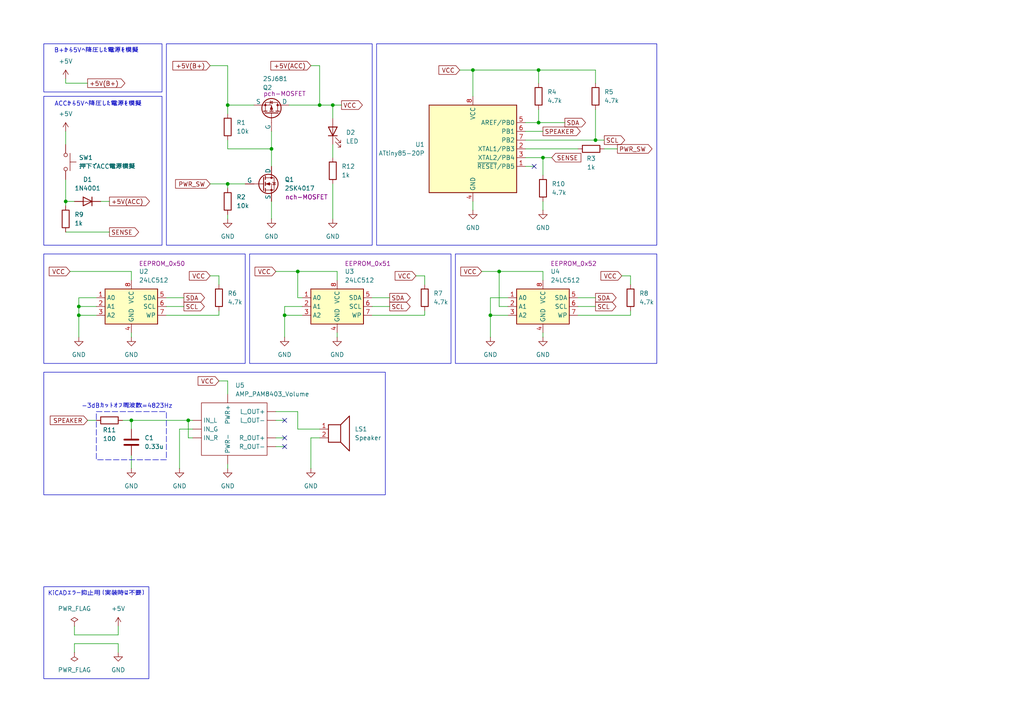
<source format=kicad_sch>
(kicad_sch
	(version 20231120)
	(generator "eeschema")
	(generator_version "8.0")
	(uuid "81a4d61c-7623-44ac-b084-f5afb2c52eda")
	(paper "A4")
	(title_block
		(title "eeprom-player")
		(date "2024-09-09")
		(rev "2024090901")
		(company "Studio Demmys")
		(comment 1 "Sound format is 8000Hz uint8 w/o headers")
	)
	(lib_symbols
		(symbol "24LC512_1"
			(exclude_from_sim no)
			(in_bom yes)
			(on_board yes)
			(property "Reference" "U2"
				(at 2.1941 10.16 0)
				(effects
					(font
						(size 1.27 1.27)
					)
					(justify left)
				)
			)
			(property "Value" "24LC512"
				(at 2.1941 7.62 0)
				(effects
					(font
						(size 1.27 1.27)
					)
					(justify left)
				)
			)
			(property "Footprint" ""
				(at 0 0 0)
				(effects
					(font
						(size 1.27 1.27)
					)
					(hide yes)
				)
			)
			(property "Datasheet" "http://ww1.microchip.com/downloads/en/DeviceDoc/21754M.pdf"
				(at 0 0 0)
				(effects
					(font
						(size 1.27 1.27)
					)
					(hide yes)
				)
			)
			(property "Description" "I2C Serial EEPROM, 512Kb, DIP-8/SOIC-8/TSSOP-8/DFN-8"
				(at 0 0 0)
				(effects
					(font
						(size 1.27 1.27)
					)
					(hide yes)
				)
			)
			(property "desc" "EEPROM_0x50"
				(at 8.89 12.446 0)
				(effects
					(font
						(size 1.27 1.27)
					)
				)
			)
			(property "ki_keywords" "I2C Serial EEPROM"
				(at 0 0 0)
				(effects
					(font
						(size 1.27 1.27)
					)
					(hide yes)
				)
			)
			(property "ki_fp_filters" "DIP*W7.62mm* SOIC*3.9x4.9mm* TSSOP*4.4x3mm*P0.65mm* DFN*3x2mm*P0.5mm*"
				(at 0 0 0)
				(effects
					(font
						(size 1.27 1.27)
					)
					(hide yes)
				)
			)
			(symbol "24LC512_1_1_1"
				(rectangle
					(start -7.62 5.08)
					(end 7.62 -5.08)
					(stroke
						(width 0.254)
						(type default)
					)
					(fill
						(type background)
					)
				)
				(pin input line
					(at -10.16 2.54 0)
					(length 2.54)
					(name "A0"
						(effects
							(font
								(size 1.27 1.27)
							)
						)
					)
					(number "1"
						(effects
							(font
								(size 1.27 1.27)
							)
						)
					)
				)
				(pin input line
					(at -10.16 0 0)
					(length 2.54)
					(name "A1"
						(effects
							(font
								(size 1.27 1.27)
							)
						)
					)
					(number "2"
						(effects
							(font
								(size 1.27 1.27)
							)
						)
					)
				)
				(pin input line
					(at -10.16 -2.54 0)
					(length 2.54)
					(name "A2"
						(effects
							(font
								(size 1.27 1.27)
							)
						)
					)
					(number "3"
						(effects
							(font
								(size 1.27 1.27)
							)
						)
					)
				)
				(pin power_in line
					(at 0 -7.62 90)
					(length 2.54)
					(name "GND"
						(effects
							(font
								(size 1.27 1.27)
							)
						)
					)
					(number "4"
						(effects
							(font
								(size 1.27 1.27)
							)
						)
					)
				)
				(pin bidirectional line
					(at 10.16 2.54 180)
					(length 2.54)
					(name "SDA"
						(effects
							(font
								(size 1.27 1.27)
							)
						)
					)
					(number "5"
						(effects
							(font
								(size 1.27 1.27)
							)
						)
					)
				)
				(pin input line
					(at 10.16 0 180)
					(length 2.54)
					(name "SCL"
						(effects
							(font
								(size 1.27 1.27)
							)
						)
					)
					(number "6"
						(effects
							(font
								(size 1.27 1.27)
							)
						)
					)
				)
				(pin input line
					(at 10.16 -2.54 180)
					(length 2.54)
					(name "WP"
						(effects
							(font
								(size 1.27 1.27)
							)
						)
					)
					(number "7"
						(effects
							(font
								(size 1.27 1.27)
							)
						)
					)
				)
				(pin input line
					(at 0 7.62 270)
					(length 2.54)
					(name "VCC"
						(effects
							(font
								(size 1.27 1.27)
							)
						)
					)
					(number "8"
						(effects
							(font
								(size 1.27 1.27)
							)
						)
					)
				)
			)
		)
		(symbol "24LC512_2"
			(exclude_from_sim no)
			(in_bom yes)
			(on_board yes)
			(property "Reference" "U3"
				(at 2.1941 10.16 0)
				(effects
					(font
						(size 1.27 1.27)
					)
					(justify left)
				)
			)
			(property "Value" "24LC512"
				(at 2.1941 7.62 0)
				(effects
					(font
						(size 1.27 1.27)
					)
					(justify left)
				)
			)
			(property "Footprint" ""
				(at 0 0 0)
				(effects
					(font
						(size 1.27 1.27)
					)
					(hide yes)
				)
			)
			(property "Datasheet" "http://ww1.microchip.com/downloads/en/DeviceDoc/21754M.pdf"
				(at 0 0 0)
				(effects
					(font
						(size 1.27 1.27)
					)
					(hide yes)
				)
			)
			(property "Description" "I2C Serial EEPROM, 512Kb, DIP-8/SOIC-8/TSSOP-8/DFN-8"
				(at 0 0 0)
				(effects
					(font
						(size 1.27 1.27)
					)
					(hide yes)
				)
			)
			(property "desc" "EEPROM_0x51"
				(at 8.89 12.446 0)
				(effects
					(font
						(size 1.27 1.27)
					)
				)
			)
			(property "ki_keywords" "I2C Serial EEPROM"
				(at 0 0 0)
				(effects
					(font
						(size 1.27 1.27)
					)
					(hide yes)
				)
			)
			(property "ki_fp_filters" "DIP*W7.62mm* SOIC*3.9x4.9mm* TSSOP*4.4x3mm*P0.65mm* DFN*3x2mm*P0.5mm*"
				(at 0 0 0)
				(effects
					(font
						(size 1.27 1.27)
					)
					(hide yes)
				)
			)
			(symbol "24LC512_2_1_1"
				(rectangle
					(start -7.62 5.08)
					(end 7.62 -5.08)
					(stroke
						(width 0.254)
						(type default)
					)
					(fill
						(type background)
					)
				)
				(pin input line
					(at -10.16 2.54 0)
					(length 2.54)
					(name "A0"
						(effects
							(font
								(size 1.27 1.27)
							)
						)
					)
					(number "1"
						(effects
							(font
								(size 1.27 1.27)
							)
						)
					)
				)
				(pin input line
					(at -10.16 0 0)
					(length 2.54)
					(name "A1"
						(effects
							(font
								(size 1.27 1.27)
							)
						)
					)
					(number "2"
						(effects
							(font
								(size 1.27 1.27)
							)
						)
					)
				)
				(pin input line
					(at -10.16 -2.54 0)
					(length 2.54)
					(name "A2"
						(effects
							(font
								(size 1.27 1.27)
							)
						)
					)
					(number "3"
						(effects
							(font
								(size 1.27 1.27)
							)
						)
					)
				)
				(pin power_in line
					(at 0 -7.62 90)
					(length 2.54)
					(name "GND"
						(effects
							(font
								(size 1.27 1.27)
							)
						)
					)
					(number "4"
						(effects
							(font
								(size 1.27 1.27)
							)
						)
					)
				)
				(pin bidirectional line
					(at 10.16 2.54 180)
					(length 2.54)
					(name "SDA"
						(effects
							(font
								(size 1.27 1.27)
							)
						)
					)
					(number "5"
						(effects
							(font
								(size 1.27 1.27)
							)
						)
					)
				)
				(pin input line
					(at 10.16 0 180)
					(length 2.54)
					(name "SCL"
						(effects
							(font
								(size 1.27 1.27)
							)
						)
					)
					(number "6"
						(effects
							(font
								(size 1.27 1.27)
							)
						)
					)
				)
				(pin input line
					(at 10.16 -2.54 180)
					(length 2.54)
					(name "WP"
						(effects
							(font
								(size 1.27 1.27)
							)
						)
					)
					(number "7"
						(effects
							(font
								(size 1.27 1.27)
							)
						)
					)
				)
				(pin input line
					(at 0 7.62 270)
					(length 2.54)
					(name "VCC"
						(effects
							(font
								(size 1.27 1.27)
							)
						)
					)
					(number "8"
						(effects
							(font
								(size 1.27 1.27)
							)
						)
					)
				)
			)
		)
		(symbol "Device:C"
			(pin_numbers hide)
			(pin_names
				(offset 0.254)
			)
			(exclude_from_sim no)
			(in_bom yes)
			(on_board yes)
			(property "Reference" "C"
				(at 0.635 2.54 0)
				(effects
					(font
						(size 1.27 1.27)
					)
					(justify left)
				)
			)
			(property "Value" "C"
				(at 0.635 -2.54 0)
				(effects
					(font
						(size 1.27 1.27)
					)
					(justify left)
				)
			)
			(property "Footprint" ""
				(at 0.9652 -3.81 0)
				(effects
					(font
						(size 1.27 1.27)
					)
					(hide yes)
				)
			)
			(property "Datasheet" "~"
				(at 0 0 0)
				(effects
					(font
						(size 1.27 1.27)
					)
					(hide yes)
				)
			)
			(property "Description" "Unpolarized capacitor"
				(at 0 0 0)
				(effects
					(font
						(size 1.27 1.27)
					)
					(hide yes)
				)
			)
			(property "ki_keywords" "cap capacitor"
				(at 0 0 0)
				(effects
					(font
						(size 1.27 1.27)
					)
					(hide yes)
				)
			)
			(property "ki_fp_filters" "C_*"
				(at 0 0 0)
				(effects
					(font
						(size 1.27 1.27)
					)
					(hide yes)
				)
			)
			(symbol "C_0_1"
				(polyline
					(pts
						(xy -2.032 -0.762) (xy 2.032 -0.762)
					)
					(stroke
						(width 0.508)
						(type default)
					)
					(fill
						(type none)
					)
				)
				(polyline
					(pts
						(xy -2.032 0.762) (xy 2.032 0.762)
					)
					(stroke
						(width 0.508)
						(type default)
					)
					(fill
						(type none)
					)
				)
			)
			(symbol "C_1_1"
				(pin passive line
					(at 0 3.81 270)
					(length 2.794)
					(name "~"
						(effects
							(font
								(size 1.27 1.27)
							)
						)
					)
					(number "1"
						(effects
							(font
								(size 1.27 1.27)
							)
						)
					)
				)
				(pin passive line
					(at 0 -3.81 90)
					(length 2.794)
					(name "~"
						(effects
							(font
								(size 1.27 1.27)
							)
						)
					)
					(number "2"
						(effects
							(font
								(size 1.27 1.27)
							)
						)
					)
				)
			)
		)
		(symbol "Device:LED"
			(pin_numbers hide)
			(pin_names
				(offset 1.016) hide)
			(exclude_from_sim no)
			(in_bom yes)
			(on_board yes)
			(property "Reference" "D"
				(at 0 2.54 0)
				(effects
					(font
						(size 1.27 1.27)
					)
				)
			)
			(property "Value" "LED"
				(at 0 -2.54 0)
				(effects
					(font
						(size 1.27 1.27)
					)
				)
			)
			(property "Footprint" ""
				(at 0 0 0)
				(effects
					(font
						(size 1.27 1.27)
					)
					(hide yes)
				)
			)
			(property "Datasheet" "~"
				(at 0 0 0)
				(effects
					(font
						(size 1.27 1.27)
					)
					(hide yes)
				)
			)
			(property "Description" "Light emitting diode"
				(at 0 0 0)
				(effects
					(font
						(size 1.27 1.27)
					)
					(hide yes)
				)
			)
			(property "ki_keywords" "LED diode"
				(at 0 0 0)
				(effects
					(font
						(size 1.27 1.27)
					)
					(hide yes)
				)
			)
			(property "ki_fp_filters" "LED* LED_SMD:* LED_THT:*"
				(at 0 0 0)
				(effects
					(font
						(size 1.27 1.27)
					)
					(hide yes)
				)
			)
			(symbol "LED_0_1"
				(polyline
					(pts
						(xy -1.27 -1.27) (xy -1.27 1.27)
					)
					(stroke
						(width 0.254)
						(type default)
					)
					(fill
						(type none)
					)
				)
				(polyline
					(pts
						(xy -1.27 0) (xy 1.27 0)
					)
					(stroke
						(width 0)
						(type default)
					)
					(fill
						(type none)
					)
				)
				(polyline
					(pts
						(xy 1.27 -1.27) (xy 1.27 1.27) (xy -1.27 0) (xy 1.27 -1.27)
					)
					(stroke
						(width 0.254)
						(type default)
					)
					(fill
						(type none)
					)
				)
				(polyline
					(pts
						(xy -3.048 -0.762) (xy -4.572 -2.286) (xy -3.81 -2.286) (xy -4.572 -2.286) (xy -4.572 -1.524)
					)
					(stroke
						(width 0)
						(type default)
					)
					(fill
						(type none)
					)
				)
				(polyline
					(pts
						(xy -1.778 -0.762) (xy -3.302 -2.286) (xy -2.54 -2.286) (xy -3.302 -2.286) (xy -3.302 -1.524)
					)
					(stroke
						(width 0)
						(type default)
					)
					(fill
						(type none)
					)
				)
			)
			(symbol "LED_1_1"
				(pin passive line
					(at -3.81 0 0)
					(length 2.54)
					(name "K"
						(effects
							(font
								(size 1.27 1.27)
							)
						)
					)
					(number "1"
						(effects
							(font
								(size 1.27 1.27)
							)
						)
					)
				)
				(pin passive line
					(at 3.81 0 180)
					(length 2.54)
					(name "A"
						(effects
							(font
								(size 1.27 1.27)
							)
						)
					)
					(number "2"
						(effects
							(font
								(size 1.27 1.27)
							)
						)
					)
				)
			)
		)
		(symbol "Device:R"
			(pin_numbers hide)
			(pin_names
				(offset 0)
			)
			(exclude_from_sim no)
			(in_bom yes)
			(on_board yes)
			(property "Reference" "R"
				(at 2.032 0 90)
				(effects
					(font
						(size 1.27 1.27)
					)
				)
			)
			(property "Value" "R"
				(at 0 0 90)
				(effects
					(font
						(size 1.27 1.27)
					)
				)
			)
			(property "Footprint" ""
				(at -1.778 0 90)
				(effects
					(font
						(size 1.27 1.27)
					)
					(hide yes)
				)
			)
			(property "Datasheet" "~"
				(at 0 0 0)
				(effects
					(font
						(size 1.27 1.27)
					)
					(hide yes)
				)
			)
			(property "Description" "Resistor"
				(at 0 0 0)
				(effects
					(font
						(size 1.27 1.27)
					)
					(hide yes)
				)
			)
			(property "ki_keywords" "R res resistor"
				(at 0 0 0)
				(effects
					(font
						(size 1.27 1.27)
					)
					(hide yes)
				)
			)
			(property "ki_fp_filters" "R_*"
				(at 0 0 0)
				(effects
					(font
						(size 1.27 1.27)
					)
					(hide yes)
				)
			)
			(symbol "R_0_1"
				(rectangle
					(start -1.016 -2.54)
					(end 1.016 2.54)
					(stroke
						(width 0.254)
						(type default)
					)
					(fill
						(type none)
					)
				)
			)
			(symbol "R_1_1"
				(pin passive line
					(at 0 3.81 270)
					(length 1.27)
					(name "~"
						(effects
							(font
								(size 1.27 1.27)
							)
						)
					)
					(number "1"
						(effects
							(font
								(size 1.27 1.27)
							)
						)
					)
				)
				(pin passive line
					(at 0 -3.81 90)
					(length 1.27)
					(name "~"
						(effects
							(font
								(size 1.27 1.27)
							)
						)
					)
					(number "2"
						(effects
							(font
								(size 1.27 1.27)
							)
						)
					)
				)
			)
		)
		(symbol "Device:Speaker"
			(pin_names
				(offset 0) hide)
			(exclude_from_sim no)
			(in_bom yes)
			(on_board yes)
			(property "Reference" "LS"
				(at 1.27 5.715 0)
				(effects
					(font
						(size 1.27 1.27)
					)
					(justify right)
				)
			)
			(property "Value" "Speaker"
				(at 1.27 3.81 0)
				(effects
					(font
						(size 1.27 1.27)
					)
					(justify right)
				)
			)
			(property "Footprint" ""
				(at 0 -5.08 0)
				(effects
					(font
						(size 1.27 1.27)
					)
					(hide yes)
				)
			)
			(property "Datasheet" "~"
				(at -0.254 -1.27 0)
				(effects
					(font
						(size 1.27 1.27)
					)
					(hide yes)
				)
			)
			(property "Description" "Speaker"
				(at 0 0 0)
				(effects
					(font
						(size 1.27 1.27)
					)
					(hide yes)
				)
			)
			(property "ki_keywords" "speaker sound"
				(at 0 0 0)
				(effects
					(font
						(size 1.27 1.27)
					)
					(hide yes)
				)
			)
			(symbol "Speaker_0_0"
				(rectangle
					(start -2.54 1.27)
					(end 1.016 -3.81)
					(stroke
						(width 0.254)
						(type default)
					)
					(fill
						(type none)
					)
				)
				(polyline
					(pts
						(xy 1.016 1.27) (xy 3.556 3.81) (xy 3.556 -6.35) (xy 1.016 -3.81)
					)
					(stroke
						(width 0.254)
						(type default)
					)
					(fill
						(type none)
					)
				)
			)
			(symbol "Speaker_1_1"
				(pin input line
					(at -5.08 0 0)
					(length 2.54)
					(name "1"
						(effects
							(font
								(size 1.27 1.27)
							)
						)
					)
					(number "1"
						(effects
							(font
								(size 1.27 1.27)
							)
						)
					)
				)
				(pin input line
					(at -5.08 -2.54 0)
					(length 2.54)
					(name "2"
						(effects
							(font
								(size 1.27 1.27)
							)
						)
					)
					(number "2"
						(effects
							(font
								(size 1.27 1.27)
							)
						)
					)
				)
			)
		)
		(symbol "Diode:1N4001"
			(pin_numbers hide)
			(pin_names hide)
			(exclude_from_sim no)
			(in_bom yes)
			(on_board yes)
			(property "Reference" "D"
				(at 0 2.54 0)
				(effects
					(font
						(size 1.27 1.27)
					)
				)
			)
			(property "Value" "1N4001"
				(at 0 -2.54 0)
				(effects
					(font
						(size 1.27 1.27)
					)
				)
			)
			(property "Footprint" "Diode_THT:D_DO-41_SOD81_P10.16mm_Horizontal"
				(at 0 0 0)
				(effects
					(font
						(size 1.27 1.27)
					)
					(hide yes)
				)
			)
			(property "Datasheet" "http://www.vishay.com/docs/88503/1n4001.pdf"
				(at 0 0 0)
				(effects
					(font
						(size 1.27 1.27)
					)
					(hide yes)
				)
			)
			(property "Description" "50V 1A General Purpose Rectifier Diode, DO-41"
				(at 0 0 0)
				(effects
					(font
						(size 1.27 1.27)
					)
					(hide yes)
				)
			)
			(property "Sim.Device" "D"
				(at 0 0 0)
				(effects
					(font
						(size 1.27 1.27)
					)
					(hide yes)
				)
			)
			(property "Sim.Pins" "1=K 2=A"
				(at 0 0 0)
				(effects
					(font
						(size 1.27 1.27)
					)
					(hide yes)
				)
			)
			(property "ki_keywords" "diode"
				(at 0 0 0)
				(effects
					(font
						(size 1.27 1.27)
					)
					(hide yes)
				)
			)
			(property "ki_fp_filters" "D*DO?41*"
				(at 0 0 0)
				(effects
					(font
						(size 1.27 1.27)
					)
					(hide yes)
				)
			)
			(symbol "1N4001_0_1"
				(polyline
					(pts
						(xy -1.27 1.27) (xy -1.27 -1.27)
					)
					(stroke
						(width 0.254)
						(type default)
					)
					(fill
						(type none)
					)
				)
				(polyline
					(pts
						(xy 1.27 0) (xy -1.27 0)
					)
					(stroke
						(width 0)
						(type default)
					)
					(fill
						(type none)
					)
				)
				(polyline
					(pts
						(xy 1.27 1.27) (xy 1.27 -1.27) (xy -1.27 0) (xy 1.27 1.27)
					)
					(stroke
						(width 0.254)
						(type default)
					)
					(fill
						(type none)
					)
				)
			)
			(symbol "1N4001_1_1"
				(pin passive line
					(at -3.81 0 0)
					(length 2.54)
					(name "K"
						(effects
							(font
								(size 1.27 1.27)
							)
						)
					)
					(number "1"
						(effects
							(font
								(size 1.27 1.27)
							)
						)
					)
				)
				(pin passive line
					(at 3.81 0 180)
					(length 2.54)
					(name "A"
						(effects
							(font
								(size 1.27 1.27)
							)
						)
					)
					(number "2"
						(effects
							(font
								(size 1.27 1.27)
							)
						)
					)
				)
			)
		)
		(symbol "MCU_Microchip_ATtiny:ATtiny85-20P"
			(exclude_from_sim no)
			(in_bom yes)
			(on_board yes)
			(property "Reference" "U1"
				(at -13.97 1.2701 0)
				(effects
					(font
						(size 1.27 1.27)
					)
					(justify right)
				)
			)
			(property "Value" "ATtiny85-20P"
				(at -13.97 -1.2699 0)
				(effects
					(font
						(size 1.27 1.27)
					)
					(justify right)
				)
			)
			(property "Footprint" "Package_DIP:DIP-8_W7.62mm"
				(at 0 0 0)
				(effects
					(font
						(size 1.27 1.27)
						(italic yes)
					)
					(hide yes)
				)
			)
			(property "Datasheet" "http://ww1.microchip.com/downloads/en/DeviceDoc/atmel-2586-avr-8-bit-microcontroller-attiny25-attiny45-attiny85_datasheet.pdf"
				(at 0 0 0)
				(effects
					(font
						(size 1.27 1.27)
					)
					(hide yes)
				)
			)
			(property "Description" "20MHz, 8kB Flash, 512B SRAM, 512B EEPROM, debugWIRE, DIP-8"
				(at 0 0 0)
				(effects
					(font
						(size 1.27 1.27)
					)
					(hide yes)
				)
			)
			(property "ki_keywords" "AVR 8bit Microcontroller tinyAVR"
				(at 0 0 0)
				(effects
					(font
						(size 1.27 1.27)
					)
					(hide yes)
				)
			)
			(property "ki_fp_filters" "DIP*W7.62mm*"
				(at 0 0 0)
				(effects
					(font
						(size 1.27 1.27)
					)
					(hide yes)
				)
			)
			(symbol "ATtiny85-20P_0_1"
				(rectangle
					(start -12.7 -12.7)
					(end 12.7 12.7)
					(stroke
						(width 0.254)
						(type default)
					)
					(fill
						(type background)
					)
				)
			)
			(symbol "ATtiny85-20P_1_1"
				(pin bidirectional line
					(at 15.24 -5.08 180)
					(length 2.54)
					(name "~{RESET}/PB5"
						(effects
							(font
								(size 1.27 1.27)
							)
						)
					)
					(number "1"
						(effects
							(font
								(size 1.27 1.27)
							)
						)
					)
				)
				(pin bidirectional line
					(at 15.24 0 180)
					(length 2.54)
					(name "XTAL1/PB3"
						(effects
							(font
								(size 1.27 1.27)
							)
						)
					)
					(number "2"
						(effects
							(font
								(size 1.27 1.27)
							)
						)
					)
				)
				(pin bidirectional line
					(at 15.24 -2.54 180)
					(length 2.54)
					(name "XTAL2/PB4"
						(effects
							(font
								(size 1.27 1.27)
							)
						)
					)
					(number "3"
						(effects
							(font
								(size 1.27 1.27)
							)
						)
					)
				)
				(pin power_in line
					(at 0 -15.24 90)
					(length 2.54)
					(name "GND"
						(effects
							(font
								(size 1.27 1.27)
							)
						)
					)
					(number "4"
						(effects
							(font
								(size 1.27 1.27)
							)
						)
					)
				)
				(pin bidirectional line
					(at 15.24 7.62 180)
					(length 2.54)
					(name "AREF/PB0"
						(effects
							(font
								(size 1.27 1.27)
							)
						)
					)
					(number "5"
						(effects
							(font
								(size 1.27 1.27)
							)
						)
					)
				)
				(pin bidirectional line
					(at 15.24 5.08 180)
					(length 2.54)
					(name "PB1"
						(effects
							(font
								(size 1.27 1.27)
							)
						)
					)
					(number "6"
						(effects
							(font
								(size 1.27 1.27)
							)
						)
					)
				)
				(pin bidirectional line
					(at 15.24 2.54 180)
					(length 2.54)
					(name "PB2"
						(effects
							(font
								(size 1.27 1.27)
							)
						)
					)
					(number "7"
						(effects
							(font
								(size 1.27 1.27)
							)
						)
					)
				)
				(pin input line
					(at 0 15.24 270)
					(length 2.54)
					(name "VCC"
						(effects
							(font
								(size 1.27 1.27)
							)
						)
					)
					(number "8"
						(effects
							(font
								(size 1.27 1.27)
							)
						)
					)
				)
			)
		)
		(symbol "Memory_EEPROM:24LC512"
			(exclude_from_sim no)
			(in_bom yes)
			(on_board yes)
			(property "Reference" "U4"
				(at 2.1941 10.16 0)
				(effects
					(font
						(size 1.27 1.27)
					)
					(justify left)
				)
			)
			(property "Value" "24LC512"
				(at 2.1941 7.62 0)
				(effects
					(font
						(size 1.27 1.27)
					)
					(justify left)
				)
			)
			(property "Footprint" ""
				(at 0 0 0)
				(effects
					(font
						(size 1.27 1.27)
					)
					(hide yes)
				)
			)
			(property "Datasheet" "http://ww1.microchip.com/downloads/en/DeviceDoc/21754M.pdf"
				(at 0 0 0)
				(effects
					(font
						(size 1.27 1.27)
					)
					(hide yes)
				)
			)
			(property "Description" "I2C Serial EEPROM, 512Kb, DIP-8/SOIC-8/TSSOP-8/DFN-8"
				(at 0 0 0)
				(effects
					(font
						(size 1.27 1.27)
					)
					(hide yes)
				)
			)
			(property "desc" "EEPROM_0x52"
				(at 8.89 12.446 0)
				(effects
					(font
						(size 1.27 1.27)
					)
				)
			)
			(property "ki_keywords" "I2C Serial EEPROM"
				(at 0 0 0)
				(effects
					(font
						(size 1.27 1.27)
					)
					(hide yes)
				)
			)
			(property "ki_fp_filters" "DIP*W7.62mm* SOIC*3.9x4.9mm* TSSOP*4.4x3mm*P0.65mm* DFN*3x2mm*P0.5mm*"
				(at 0 0 0)
				(effects
					(font
						(size 1.27 1.27)
					)
					(hide yes)
				)
			)
			(symbol "24LC512_1_1"
				(rectangle
					(start -7.62 5.08)
					(end 7.62 -5.08)
					(stroke
						(width 0.254)
						(type default)
					)
					(fill
						(type background)
					)
				)
				(pin input line
					(at -10.16 2.54 0)
					(length 2.54)
					(name "A0"
						(effects
							(font
								(size 1.27 1.27)
							)
						)
					)
					(number "1"
						(effects
							(font
								(size 1.27 1.27)
							)
						)
					)
				)
				(pin input line
					(at -10.16 0 0)
					(length 2.54)
					(name "A1"
						(effects
							(font
								(size 1.27 1.27)
							)
						)
					)
					(number "2"
						(effects
							(font
								(size 1.27 1.27)
							)
						)
					)
				)
				(pin input line
					(at -10.16 -2.54 0)
					(length 2.54)
					(name "A2"
						(effects
							(font
								(size 1.27 1.27)
							)
						)
					)
					(number "3"
						(effects
							(font
								(size 1.27 1.27)
							)
						)
					)
				)
				(pin power_in line
					(at 0 -7.62 90)
					(length 2.54)
					(name "GND"
						(effects
							(font
								(size 1.27 1.27)
							)
						)
					)
					(number "4"
						(effects
							(font
								(size 1.27 1.27)
							)
						)
					)
				)
				(pin bidirectional line
					(at 10.16 2.54 180)
					(length 2.54)
					(name "SDA"
						(effects
							(font
								(size 1.27 1.27)
							)
						)
					)
					(number "5"
						(effects
							(font
								(size 1.27 1.27)
							)
						)
					)
				)
				(pin input line
					(at 10.16 0 180)
					(length 2.54)
					(name "SCL"
						(effects
							(font
								(size 1.27 1.27)
							)
						)
					)
					(number "6"
						(effects
							(font
								(size 1.27 1.27)
							)
						)
					)
				)
				(pin input line
					(at 10.16 -2.54 180)
					(length 2.54)
					(name "WP"
						(effects
							(font
								(size 1.27 1.27)
							)
						)
					)
					(number "7"
						(effects
							(font
								(size 1.27 1.27)
							)
						)
					)
				)
				(pin input line
					(at 0 7.62 270)
					(length 2.54)
					(name "VCC"
						(effects
							(font
								(size 1.27 1.27)
							)
						)
					)
					(number "8"
						(effects
							(font
								(size 1.27 1.27)
							)
						)
					)
				)
			)
		)
		(symbol "Simulation_SPICE:NMOS"
			(pin_numbers hide)
			(pin_names
				(offset 0)
			)
			(exclude_from_sim no)
			(in_bom yes)
			(on_board yes)
			(property "Reference" "Q"
				(at 5.08 1.27 0)
				(effects
					(font
						(size 1.27 1.27)
					)
					(justify left)
				)
			)
			(property "Value" "NMOS"
				(at 5.08 -1.27 0)
				(effects
					(font
						(size 1.27 1.27)
					)
					(justify left)
				)
			)
			(property "Footprint" ""
				(at 5.08 2.54 0)
				(effects
					(font
						(size 1.27 1.27)
					)
					(hide yes)
				)
			)
			(property "Datasheet" "https://ngspice.sourceforge.io/docs/ngspice-html-manual/manual.xhtml#cha_MOSFETs"
				(at 0 -12.7 0)
				(effects
					(font
						(size 1.27 1.27)
					)
					(hide yes)
				)
			)
			(property "Description" "N-MOSFET transistor, drain/source/gate"
				(at 0 0 0)
				(effects
					(font
						(size 1.27 1.27)
					)
					(hide yes)
				)
			)
			(property "Sim.Device" "NMOS"
				(at 0 -17.145 0)
				(effects
					(font
						(size 1.27 1.27)
					)
					(hide yes)
				)
			)
			(property "Sim.Type" "VDMOS"
				(at 0 -19.05 0)
				(effects
					(font
						(size 1.27 1.27)
					)
					(hide yes)
				)
			)
			(property "Sim.Pins" "1=D 2=G 3=S"
				(at 0 -15.24 0)
				(effects
					(font
						(size 1.27 1.27)
					)
					(hide yes)
				)
			)
			(property "ki_keywords" "transistor NMOS N-MOS N-MOSFET simulation"
				(at 0 0 0)
				(effects
					(font
						(size 1.27 1.27)
					)
					(hide yes)
				)
			)
			(symbol "NMOS_0_1"
				(polyline
					(pts
						(xy 0.254 0) (xy -2.54 0)
					)
					(stroke
						(width 0)
						(type default)
					)
					(fill
						(type none)
					)
				)
				(polyline
					(pts
						(xy 0.254 1.905) (xy 0.254 -1.905)
					)
					(stroke
						(width 0.254)
						(type default)
					)
					(fill
						(type none)
					)
				)
				(polyline
					(pts
						(xy 0.762 -1.27) (xy 0.762 -2.286)
					)
					(stroke
						(width 0.254)
						(type default)
					)
					(fill
						(type none)
					)
				)
				(polyline
					(pts
						(xy 0.762 0.508) (xy 0.762 -0.508)
					)
					(stroke
						(width 0.254)
						(type default)
					)
					(fill
						(type none)
					)
				)
				(polyline
					(pts
						(xy 0.762 2.286) (xy 0.762 1.27)
					)
					(stroke
						(width 0.254)
						(type default)
					)
					(fill
						(type none)
					)
				)
				(polyline
					(pts
						(xy 2.54 2.54) (xy 2.54 1.778)
					)
					(stroke
						(width 0)
						(type default)
					)
					(fill
						(type none)
					)
				)
				(polyline
					(pts
						(xy 2.54 -2.54) (xy 2.54 0) (xy 0.762 0)
					)
					(stroke
						(width 0)
						(type default)
					)
					(fill
						(type none)
					)
				)
				(polyline
					(pts
						(xy 0.762 -1.778) (xy 3.302 -1.778) (xy 3.302 1.778) (xy 0.762 1.778)
					)
					(stroke
						(width 0)
						(type default)
					)
					(fill
						(type none)
					)
				)
				(polyline
					(pts
						(xy 1.016 0) (xy 2.032 0.381) (xy 2.032 -0.381) (xy 1.016 0)
					)
					(stroke
						(width 0)
						(type default)
					)
					(fill
						(type outline)
					)
				)
				(polyline
					(pts
						(xy 2.794 0.508) (xy 2.921 0.381) (xy 3.683 0.381) (xy 3.81 0.254)
					)
					(stroke
						(width 0)
						(type default)
					)
					(fill
						(type none)
					)
				)
				(polyline
					(pts
						(xy 3.302 0.381) (xy 2.921 -0.254) (xy 3.683 -0.254) (xy 3.302 0.381)
					)
					(stroke
						(width 0)
						(type default)
					)
					(fill
						(type none)
					)
				)
				(circle
					(center 1.651 0)
					(radius 2.794)
					(stroke
						(width 0.254)
						(type default)
					)
					(fill
						(type none)
					)
				)
				(circle
					(center 2.54 -1.778)
					(radius 0.254)
					(stroke
						(width 0)
						(type default)
					)
					(fill
						(type outline)
					)
				)
				(circle
					(center 2.54 1.778)
					(radius 0.254)
					(stroke
						(width 0)
						(type default)
					)
					(fill
						(type outline)
					)
				)
			)
			(symbol "NMOS_1_1"
				(pin passive line
					(at 2.54 5.08 270)
					(length 2.54)
					(name "D"
						(effects
							(font
								(size 1.27 1.27)
							)
						)
					)
					(number "1"
						(effects
							(font
								(size 1.27 1.27)
							)
						)
					)
				)
				(pin input line
					(at -5.08 0 0)
					(length 2.54)
					(name "G"
						(effects
							(font
								(size 1.27 1.27)
							)
						)
					)
					(number "2"
						(effects
							(font
								(size 1.27 1.27)
							)
						)
					)
				)
				(pin passive line
					(at 2.54 -5.08 90)
					(length 2.54)
					(name "S"
						(effects
							(font
								(size 1.27 1.27)
							)
						)
					)
					(number "3"
						(effects
							(font
								(size 1.27 1.27)
							)
						)
					)
				)
			)
		)
		(symbol "Simulation_SPICE:PMOS"
			(pin_numbers hide)
			(pin_names
				(offset 0)
			)
			(exclude_from_sim no)
			(in_bom yes)
			(on_board yes)
			(property "Reference" "Q"
				(at 5.08 1.27 0)
				(effects
					(font
						(size 1.27 1.27)
					)
					(justify left)
				)
			)
			(property "Value" "PMOS"
				(at 5.08 -1.27 0)
				(effects
					(font
						(size 1.27 1.27)
					)
					(justify left)
				)
			)
			(property "Footprint" ""
				(at 5.08 2.54 0)
				(effects
					(font
						(size 1.27 1.27)
					)
					(hide yes)
				)
			)
			(property "Datasheet" "https://ngspice.sourceforge.io/docs/ngspice-html-manual/manual.xhtml#cha_MOSFETs"
				(at 0 -12.7 0)
				(effects
					(font
						(size 1.27 1.27)
					)
					(hide yes)
				)
			)
			(property "Description" "P-MOSFET transistor, drain/source/gate"
				(at 0 0 0)
				(effects
					(font
						(size 1.27 1.27)
					)
					(hide yes)
				)
			)
			(property "Sim.Device" "PMOS"
				(at 0 -17.145 0)
				(effects
					(font
						(size 1.27 1.27)
					)
					(hide yes)
				)
			)
			(property "Sim.Type" "VDMOS"
				(at 0 -19.05 0)
				(effects
					(font
						(size 1.27 1.27)
					)
					(hide yes)
				)
			)
			(property "Sim.Pins" "1=D 2=G 3=S"
				(at 0 -15.24 0)
				(effects
					(font
						(size 1.27 1.27)
					)
					(hide yes)
				)
			)
			(property "ki_keywords" "transistor PMOS P-MOS P-MOSFET simulation"
				(at 0 0 0)
				(effects
					(font
						(size 1.27 1.27)
					)
					(hide yes)
				)
			)
			(symbol "PMOS_0_1"
				(polyline
					(pts
						(xy 0.254 0) (xy -2.54 0)
					)
					(stroke
						(width 0)
						(type default)
					)
					(fill
						(type none)
					)
				)
				(polyline
					(pts
						(xy 0.254 1.905) (xy 0.254 -1.905)
					)
					(stroke
						(width 0.254)
						(type default)
					)
					(fill
						(type none)
					)
				)
				(polyline
					(pts
						(xy 0.762 -1.27) (xy 0.762 -2.286)
					)
					(stroke
						(width 0.254)
						(type default)
					)
					(fill
						(type none)
					)
				)
				(polyline
					(pts
						(xy 0.762 0.508) (xy 0.762 -0.508)
					)
					(stroke
						(width 0.254)
						(type default)
					)
					(fill
						(type none)
					)
				)
				(polyline
					(pts
						(xy 0.762 2.286) (xy 0.762 1.27)
					)
					(stroke
						(width 0.254)
						(type default)
					)
					(fill
						(type none)
					)
				)
				(polyline
					(pts
						(xy 2.54 2.54) (xy 2.54 1.778)
					)
					(stroke
						(width 0)
						(type default)
					)
					(fill
						(type none)
					)
				)
				(polyline
					(pts
						(xy 2.54 -2.54) (xy 2.54 0) (xy 0.762 0)
					)
					(stroke
						(width 0)
						(type default)
					)
					(fill
						(type none)
					)
				)
				(polyline
					(pts
						(xy 0.762 1.778) (xy 3.302 1.778) (xy 3.302 -1.778) (xy 0.762 -1.778)
					)
					(stroke
						(width 0)
						(type default)
					)
					(fill
						(type none)
					)
				)
				(polyline
					(pts
						(xy 2.286 0) (xy 1.27 0.381) (xy 1.27 -0.381) (xy 2.286 0)
					)
					(stroke
						(width 0)
						(type default)
					)
					(fill
						(type outline)
					)
				)
				(polyline
					(pts
						(xy 2.794 -0.508) (xy 2.921 -0.381) (xy 3.683 -0.381) (xy 3.81 -0.254)
					)
					(stroke
						(width 0)
						(type default)
					)
					(fill
						(type none)
					)
				)
				(polyline
					(pts
						(xy 3.302 -0.381) (xy 2.921 0.254) (xy 3.683 0.254) (xy 3.302 -0.381)
					)
					(stroke
						(width 0)
						(type default)
					)
					(fill
						(type none)
					)
				)
				(circle
					(center 1.651 0)
					(radius 2.794)
					(stroke
						(width 0.254)
						(type default)
					)
					(fill
						(type none)
					)
				)
				(circle
					(center 2.54 -1.778)
					(radius 0.254)
					(stroke
						(width 0)
						(type default)
					)
					(fill
						(type outline)
					)
				)
				(circle
					(center 2.54 1.778)
					(radius 0.254)
					(stroke
						(width 0)
						(type default)
					)
					(fill
						(type outline)
					)
				)
			)
			(symbol "PMOS_1_1"
				(pin passive line
					(at 2.54 5.08 270)
					(length 2.54)
					(name "D"
						(effects
							(font
								(size 1.27 1.27)
							)
						)
					)
					(number "1"
						(effects
							(font
								(size 1.27 1.27)
							)
						)
					)
				)
				(pin input line
					(at -5.08 0 0)
					(length 2.54)
					(name "G"
						(effects
							(font
								(size 1.27 1.27)
							)
						)
					)
					(number "2"
						(effects
							(font
								(size 1.27 1.27)
							)
						)
					)
				)
				(pin passive line
					(at 2.54 -5.08 90)
					(length 2.54)
					(name "S"
						(effects
							(font
								(size 1.27 1.27)
							)
						)
					)
					(number "3"
						(effects
							(font
								(size 1.27 1.27)
							)
						)
					)
				)
			)
		)
		(symbol "Switch:SW_Push"
			(pin_numbers hide)
			(pin_names
				(offset 1.016) hide)
			(exclude_from_sim no)
			(in_bom yes)
			(on_board yes)
			(property "Reference" "SW"
				(at 1.27 2.54 0)
				(effects
					(font
						(size 1.27 1.27)
					)
					(justify left)
				)
			)
			(property "Value" "SW_Push"
				(at 0 -1.524 0)
				(effects
					(font
						(size 1.27 1.27)
					)
				)
			)
			(property "Footprint" ""
				(at 0 5.08 0)
				(effects
					(font
						(size 1.27 1.27)
					)
					(hide yes)
				)
			)
			(property "Datasheet" "~"
				(at 0 5.08 0)
				(effects
					(font
						(size 1.27 1.27)
					)
					(hide yes)
				)
			)
			(property "Description" "Push button switch, generic, two pins"
				(at 0 0 0)
				(effects
					(font
						(size 1.27 1.27)
					)
					(hide yes)
				)
			)
			(property "ki_keywords" "switch normally-open pushbutton push-button"
				(at 0 0 0)
				(effects
					(font
						(size 1.27 1.27)
					)
					(hide yes)
				)
			)
			(symbol "SW_Push_0_1"
				(circle
					(center -2.032 0)
					(radius 0.508)
					(stroke
						(width 0)
						(type default)
					)
					(fill
						(type none)
					)
				)
				(polyline
					(pts
						(xy 0 1.27) (xy 0 3.048)
					)
					(stroke
						(width 0)
						(type default)
					)
					(fill
						(type none)
					)
				)
				(polyline
					(pts
						(xy 2.54 1.27) (xy -2.54 1.27)
					)
					(stroke
						(width 0)
						(type default)
					)
					(fill
						(type none)
					)
				)
				(circle
					(center 2.032 0)
					(radius 0.508)
					(stroke
						(width 0)
						(type default)
					)
					(fill
						(type none)
					)
				)
				(pin passive line
					(at -5.08 0 0)
					(length 2.54)
					(name "1"
						(effects
							(font
								(size 1.27 1.27)
							)
						)
					)
					(number "1"
						(effects
							(font
								(size 1.27 1.27)
							)
						)
					)
				)
				(pin passive line
					(at 5.08 0 180)
					(length 2.54)
					(name "2"
						(effects
							(font
								(size 1.27 1.27)
							)
						)
					)
					(number "2"
						(effects
							(font
								(size 1.27 1.27)
							)
						)
					)
				)
			)
		)
		(symbol "library:AMP_PAM8403_Volume"
			(exclude_from_sim no)
			(in_bom yes)
			(on_board yes)
			(property "Reference" "U"
				(at 0.254 12.192 0)
				(effects
					(font
						(size 1.27 1.27)
					)
				)
			)
			(property "Value" "AMP_PAM8403_Volume"
				(at 10.414 9.906 0)
				(effects
					(font
						(size 1.27 1.27)
					)
				)
			)
			(property "Footprint" ""
				(at -3.81 8.89 0)
				(effects
					(font
						(size 1.27 1.27)
					)
					(hide yes)
				)
			)
			(property "Datasheet" ""
				(at -3.81 8.89 0)
				(effects
					(font
						(size 1.27 1.27)
					)
					(hide yes)
				)
			)
			(property "Description" ""
				(at -3.81 8.89 0)
				(effects
					(font
						(size 1.27 1.27)
					)
					(hide yes)
				)
			)
			(symbol "AMP_PAM8403_Volume_0_1"
				(rectangle
					(start -10.16 7.62)
					(end 8.89 -7.62)
					(stroke
						(width 0)
						(type default)
					)
					(fill
						(type none)
					)
				)
			)
			(symbol "AMP_PAM8403_Volume_1_1"
				(pin input line
					(at -12.7 0 0)
					(length 2.54)
					(name "IN_G"
						(effects
							(font
								(size 1.27 1.27)
							)
						)
					)
					(number ""
						(effects
							(font
								(size 1.27 1.27)
							)
						)
					)
				)
				(pin input line
					(at -12.7 2.54 0)
					(length 2.54)
					(name "IN_L"
						(effects
							(font
								(size 1.27 1.27)
							)
						)
					)
					(number ""
						(effects
							(font
								(size 1.27 1.27)
							)
						)
					)
				)
				(pin input line
					(at -12.7 -2.54 0)
					(length 2.54)
					(name "IN_R"
						(effects
							(font
								(size 1.27 1.27)
							)
						)
					)
					(number ""
						(effects
							(font
								(size 1.27 1.27)
							)
						)
					)
				)
				(pin output line
					(at 11.43 5.08 180)
					(length 2.54)
					(name "L_OUT+"
						(effects
							(font
								(size 1.27 1.27)
							)
						)
					)
					(number ""
						(effects
							(font
								(size 1.27 1.27)
							)
						)
					)
				)
				(pin output line
					(at 11.43 2.54 180)
					(length 2.54)
					(name "L_OUT-"
						(effects
							(font
								(size 1.27 1.27)
							)
						)
					)
					(number ""
						(effects
							(font
								(size 1.27 1.27)
							)
						)
					)
				)
				(pin input line
					(at -2.54 10.16 270)
					(length 2.54)
					(name "PWR+"
						(effects
							(font
								(size 1.27 1.27)
							)
						)
					)
					(number ""
						(effects
							(font
								(size 1.27 1.27)
							)
						)
					)
				)
				(pin power_in line
					(at -2.54 -10.16 90)
					(length 2.54)
					(name "PWR-"
						(effects
							(font
								(size 1.27 1.27)
							)
						)
					)
					(number ""
						(effects
							(font
								(size 1.27 1.27)
							)
						)
					)
				)
				(pin output line
					(at 11.43 -2.54 180)
					(length 2.54)
					(name "R_OUT+"
						(effects
							(font
								(size 1.27 1.27)
							)
						)
					)
					(number ""
						(effects
							(font
								(size 1.27 1.27)
							)
						)
					)
				)
				(pin output line
					(at 11.43 -5.08 180)
					(length 2.54)
					(name "R_OUT-"
						(effects
							(font
								(size 1.27 1.27)
							)
						)
					)
					(number ""
						(effects
							(font
								(size 1.27 1.27)
							)
						)
					)
				)
			)
		)
		(symbol "power:+5V"
			(power)
			(pin_numbers hide)
			(pin_names
				(offset 0) hide)
			(exclude_from_sim no)
			(in_bom yes)
			(on_board yes)
			(property "Reference" "#PWR"
				(at 0 -3.81 0)
				(effects
					(font
						(size 1.27 1.27)
					)
					(hide yes)
				)
			)
			(property "Value" "+5V"
				(at 0 3.556 0)
				(effects
					(font
						(size 1.27 1.27)
					)
				)
			)
			(property "Footprint" ""
				(at 0 0 0)
				(effects
					(font
						(size 1.27 1.27)
					)
					(hide yes)
				)
			)
			(property "Datasheet" ""
				(at 0 0 0)
				(effects
					(font
						(size 1.27 1.27)
					)
					(hide yes)
				)
			)
			(property "Description" "Power symbol creates a global label with name \"+5V\""
				(at 0 0 0)
				(effects
					(font
						(size 1.27 1.27)
					)
					(hide yes)
				)
			)
			(property "ki_keywords" "global power"
				(at 0 0 0)
				(effects
					(font
						(size 1.27 1.27)
					)
					(hide yes)
				)
			)
			(symbol "+5V_0_1"
				(polyline
					(pts
						(xy -0.762 1.27) (xy 0 2.54)
					)
					(stroke
						(width 0)
						(type default)
					)
					(fill
						(type none)
					)
				)
				(polyline
					(pts
						(xy 0 0) (xy 0 2.54)
					)
					(stroke
						(width 0)
						(type default)
					)
					(fill
						(type none)
					)
				)
				(polyline
					(pts
						(xy 0 2.54) (xy 0.762 1.27)
					)
					(stroke
						(width 0)
						(type default)
					)
					(fill
						(type none)
					)
				)
			)
			(symbol "+5V_1_1"
				(pin power_in line
					(at 0 0 90)
					(length 0)
					(name "~"
						(effects
							(font
								(size 1.27 1.27)
							)
						)
					)
					(number "1"
						(effects
							(font
								(size 1.27 1.27)
							)
						)
					)
				)
			)
		)
		(symbol "power:GND"
			(power)
			(pin_numbers hide)
			(pin_names
				(offset 0) hide)
			(exclude_from_sim no)
			(in_bom yes)
			(on_board yes)
			(property "Reference" "#PWR"
				(at 0 -6.35 0)
				(effects
					(font
						(size 1.27 1.27)
					)
					(hide yes)
				)
			)
			(property "Value" "GND"
				(at 0 -3.81 0)
				(effects
					(font
						(size 1.27 1.27)
					)
				)
			)
			(property "Footprint" ""
				(at 0 0 0)
				(effects
					(font
						(size 1.27 1.27)
					)
					(hide yes)
				)
			)
			(property "Datasheet" ""
				(at 0 0 0)
				(effects
					(font
						(size 1.27 1.27)
					)
					(hide yes)
				)
			)
			(property "Description" "Power symbol creates a global label with name \"GND\" , ground"
				(at 0 0 0)
				(effects
					(font
						(size 1.27 1.27)
					)
					(hide yes)
				)
			)
			(property "ki_keywords" "global power"
				(at 0 0 0)
				(effects
					(font
						(size 1.27 1.27)
					)
					(hide yes)
				)
			)
			(symbol "GND_0_1"
				(polyline
					(pts
						(xy 0 0) (xy 0 -1.27) (xy 1.27 -1.27) (xy 0 -2.54) (xy -1.27 -1.27) (xy 0 -1.27)
					)
					(stroke
						(width 0)
						(type default)
					)
					(fill
						(type none)
					)
				)
			)
			(symbol "GND_1_1"
				(pin power_in line
					(at 0 0 270)
					(length 0)
					(name "~"
						(effects
							(font
								(size 1.27 1.27)
							)
						)
					)
					(number "1"
						(effects
							(font
								(size 1.27 1.27)
							)
						)
					)
				)
			)
		)
		(symbol "power:PWR_FLAG"
			(power)
			(pin_numbers hide)
			(pin_names
				(offset 0) hide)
			(exclude_from_sim no)
			(in_bom yes)
			(on_board yes)
			(property "Reference" "#FLG"
				(at 0 1.905 0)
				(effects
					(font
						(size 1.27 1.27)
					)
					(hide yes)
				)
			)
			(property "Value" "PWR_FLAG"
				(at 0 3.81 0)
				(effects
					(font
						(size 1.27 1.27)
					)
				)
			)
			(property "Footprint" ""
				(at 0 0 0)
				(effects
					(font
						(size 1.27 1.27)
					)
					(hide yes)
				)
			)
			(property "Datasheet" "~"
				(at 0 0 0)
				(effects
					(font
						(size 1.27 1.27)
					)
					(hide yes)
				)
			)
			(property "Description" "Special symbol for telling ERC where power comes from"
				(at 0 0 0)
				(effects
					(font
						(size 1.27 1.27)
					)
					(hide yes)
				)
			)
			(property "ki_keywords" "flag power"
				(at 0 0 0)
				(effects
					(font
						(size 1.27 1.27)
					)
					(hide yes)
				)
			)
			(symbol "PWR_FLAG_0_0"
				(pin power_out line
					(at 0 0 90)
					(length 0)
					(name "~"
						(effects
							(font
								(size 1.27 1.27)
							)
						)
					)
					(number "1"
						(effects
							(font
								(size 1.27 1.27)
							)
						)
					)
				)
			)
			(symbol "PWR_FLAG_0_1"
				(polyline
					(pts
						(xy 0 0) (xy 0 1.27) (xy -1.016 1.905) (xy 0 2.54) (xy 1.016 1.905) (xy 0 1.27)
					)
					(stroke
						(width 0)
						(type default)
					)
					(fill
						(type none)
					)
				)
			)
		)
	)
	(junction
		(at 22.86 91.44)
		(diameter 0)
		(color 0 0 0 0)
		(uuid "2adf0923-4b04-458c-9633-18ed6c48c75a")
	)
	(junction
		(at 19.05 58.42)
		(diameter 0)
		(color 0 0 0 0)
		(uuid "2e3ddae2-cf23-416a-bc42-f151fda3baf6")
	)
	(junction
		(at 78.74 43.18)
		(diameter 0)
		(color 0 0 0 0)
		(uuid "2ebaddb9-b7e8-4be9-a389-7ac067d93962")
	)
	(junction
		(at 144.78 78.74)
		(diameter 0)
		(color 0 0 0 0)
		(uuid "3974a176-0c5c-47d4-bd35-93a391c84513")
	)
	(junction
		(at 137.16 20.32)
		(diameter 0)
		(color 0 0 0 0)
		(uuid "484dc1e2-0f71-495b-b1d6-c7984980e4cf")
	)
	(junction
		(at 66.04 30.48)
		(diameter 0)
		(color 0 0 0 0)
		(uuid "4ba16868-bf3f-4087-93ad-ab37f902c3b5")
	)
	(junction
		(at 66.04 53.34)
		(diameter 0)
		(color 0 0 0 0)
		(uuid "4cb66438-59b9-48b7-a542-4121f1ccea29")
	)
	(junction
		(at 142.24 91.44)
		(diameter 0)
		(color 0 0 0 0)
		(uuid "56c80b71-34bd-41a8-87c7-21775b69edfd")
	)
	(junction
		(at 156.21 20.32)
		(diameter 0)
		(color 0 0 0 0)
		(uuid "69e65b74-38c9-4f58-bf3e-dabb98eccda0")
	)
	(junction
		(at 156.21 35.56)
		(diameter 0)
		(color 0 0 0 0)
		(uuid "84747c12-f259-4621-a83f-9c5d11ae1832")
	)
	(junction
		(at 82.55 91.44)
		(diameter 0)
		(color 0 0 0 0)
		(uuid "955dcb4c-49a2-41b1-ae26-e8b3389f89dc")
	)
	(junction
		(at 172.72 40.64)
		(diameter 0)
		(color 0 0 0 0)
		(uuid "a0a5510d-c5f4-448e-be3f-3a824c37dc97")
	)
	(junction
		(at 38.1 121.92)
		(diameter 0)
		(color 0 0 0 0)
		(uuid "a7da11d2-319c-4669-8026-1290a06e6de3")
	)
	(junction
		(at 54.61 121.92)
		(diameter 0)
		(color 0 0 0 0)
		(uuid "b801f78e-5421-4797-8da9-82888a85806d")
	)
	(junction
		(at 92.71 30.48)
		(diameter 0)
		(color 0 0 0 0)
		(uuid "b9ada5e9-823d-4ea0-a107-2eb64c107703")
	)
	(junction
		(at 86.36 78.74)
		(diameter 0)
		(color 0 0 0 0)
		(uuid "d0c4b8df-dc46-4d4a-a1ca-fad85347af0e")
	)
	(junction
		(at 157.48 45.72)
		(diameter 0)
		(color 0 0 0 0)
		(uuid "daa53324-3533-4fc9-865d-32810dfc7fd7")
	)
	(junction
		(at 96.52 30.48)
		(diameter 0)
		(color 0 0 0 0)
		(uuid "dab0fd2d-fcdc-426d-b280-c7436fd9dfc0")
	)
	(junction
		(at 22.86 88.9)
		(diameter 0)
		(color 0 0 0 0)
		(uuid "f3ea7e50-f448-4090-a2c6-171c55bbe5f6")
	)
	(no_connect
		(at 82.55 127)
		(uuid "5b934dc9-c4e1-4d19-b5e6-f376a4e0cb6e")
	)
	(no_connect
		(at 82.55 129.54)
		(uuid "7109fff9-80dd-4c6c-b205-87cc4d54c826")
	)
	(no_connect
		(at 82.55 121.92)
		(uuid "a8fe8f5c-c8d1-40aa-8ebc-e95a73f24999")
	)
	(no_connect
		(at 154.94 48.26)
		(uuid "c77c5437-e126-49cd-8e77-73b71c05be94")
	)
	(wire
		(pts
			(xy 152.4 48.26) (xy 154.94 48.26)
		)
		(stroke
			(width 0)
			(type default)
		)
		(uuid "0137f44b-9484-4a41-a4ae-5a3a39403871")
	)
	(wire
		(pts
			(xy 123.19 90.17) (xy 123.19 91.44)
		)
		(stroke
			(width 0)
			(type default)
		)
		(uuid "03e5ed37-5540-4205-82f8-f110c40c8fdc")
	)
	(wire
		(pts
			(xy 34.29 189.23) (xy 34.29 186.69)
		)
		(stroke
			(width 0)
			(type default)
		)
		(uuid "04fc5a92-aa5a-4491-a846-0189f6257fd2")
	)
	(wire
		(pts
			(xy 86.36 119.38) (xy 86.36 124.46)
		)
		(stroke
			(width 0)
			(type default)
		)
		(uuid "0690d1e6-7751-48de-9762-7fd16e6c2189")
	)
	(wire
		(pts
			(xy 38.1 121.92) (xy 54.61 121.92)
		)
		(stroke
			(width 0)
			(type default)
		)
		(uuid "08417491-b01c-47f0-8ccc-572ccb3ebb8b")
	)
	(wire
		(pts
			(xy 172.72 24.13) (xy 172.72 20.32)
		)
		(stroke
			(width 0)
			(type default)
		)
		(uuid "09be8346-9d6c-4065-8ffe-d0c46032620a")
	)
	(wire
		(pts
			(xy 137.16 58.42) (xy 137.16 60.96)
		)
		(stroke
			(width 0)
			(type default)
		)
		(uuid "0a0221be-ccc3-4a29-83a2-2927b6c11031")
	)
	(wire
		(pts
			(xy 90.17 127) (xy 90.17 135.89)
		)
		(stroke
			(width 0)
			(type default)
		)
		(uuid "0c54946c-67bd-43d3-bf73-982fa0a0dc33")
	)
	(wire
		(pts
			(xy 63.5 110.49) (xy 66.04 110.49)
		)
		(stroke
			(width 0)
			(type default)
		)
		(uuid "0ccd1c1e-4f6c-4c0b-b497-2db25307dffb")
	)
	(wire
		(pts
			(xy 107.95 91.44) (xy 123.19 91.44)
		)
		(stroke
			(width 0)
			(type default)
		)
		(uuid "0dace820-dff9-4b4e-8cbf-87c8b3a8773e")
	)
	(wire
		(pts
			(xy 63.5 90.17) (xy 63.5 91.44)
		)
		(stroke
			(width 0)
			(type default)
		)
		(uuid "0f43a257-36fb-47c6-aaa3-12685553395b")
	)
	(wire
		(pts
			(xy 80.01 129.54) (xy 82.55 129.54)
		)
		(stroke
			(width 0)
			(type default)
		)
		(uuid "10b9b2a6-b545-4724-aa00-db5778b6fca2")
	)
	(wire
		(pts
			(xy 22.86 86.36) (xy 22.86 88.9)
		)
		(stroke
			(width 0)
			(type default)
		)
		(uuid "131aeae8-74bf-48b7-8ce8-00b5bd6dff8a")
	)
	(wire
		(pts
			(xy 78.74 43.18) (xy 78.74 48.26)
		)
		(stroke
			(width 0)
			(type default)
		)
		(uuid "132e0db6-987f-488e-b39e-680ec7ebb830")
	)
	(wire
		(pts
			(xy 21.59 181.61) (xy 21.59 184.15)
		)
		(stroke
			(width 0)
			(type default)
		)
		(uuid "136f378f-aa96-4fd7-a383-0a546bdcfc72")
	)
	(wire
		(pts
			(xy 52.07 124.46) (xy 52.07 135.89)
		)
		(stroke
			(width 0)
			(type default)
		)
		(uuid "137a3f50-ba11-4321-8499-a3500a2deab4")
	)
	(wire
		(pts
			(xy 90.17 19.05) (xy 92.71 19.05)
		)
		(stroke
			(width 0)
			(type default)
		)
		(uuid "1bbb5288-639c-46aa-ab8d-2ca42b95ca19")
	)
	(wire
		(pts
			(xy 60.96 53.34) (xy 66.04 53.34)
		)
		(stroke
			(width 0)
			(type default)
		)
		(uuid "1d8b9c1a-e909-4188-83cd-feed8d978693")
	)
	(wire
		(pts
			(xy 63.5 80.01) (xy 63.5 82.55)
		)
		(stroke
			(width 0)
			(type default)
		)
		(uuid "2207fa0c-e082-420a-a757-96f986844d5a")
	)
	(wire
		(pts
			(xy 19.05 58.42) (xy 21.59 58.42)
		)
		(stroke
			(width 0)
			(type default)
		)
		(uuid "23511844-e28f-45f0-8ee7-1a3b32faecdd")
	)
	(wire
		(pts
			(xy 66.04 43.18) (xy 78.74 43.18)
		)
		(stroke
			(width 0)
			(type default)
		)
		(uuid "2618d4c5-bb8f-4f76-abb2-d2e78da010e6")
	)
	(wire
		(pts
			(xy 66.04 62.23) (xy 66.04 63.5)
		)
		(stroke
			(width 0)
			(type default)
		)
		(uuid "273fae80-ca0a-4d9e-ac07-1b19da406660")
	)
	(wire
		(pts
			(xy 97.79 78.74) (xy 97.79 81.28)
		)
		(stroke
			(width 0)
			(type default)
		)
		(uuid "294f581a-787a-48f4-a77c-c48a820bae97")
	)
	(wire
		(pts
			(xy 133.35 20.32) (xy 137.16 20.32)
		)
		(stroke
			(width 0)
			(type default)
		)
		(uuid "2a0774f0-1d5e-4eff-8864-74f86d41753e")
	)
	(wire
		(pts
			(xy 25.4 121.92) (xy 27.94 121.92)
		)
		(stroke
			(width 0)
			(type default)
		)
		(uuid "2a2fdf98-b776-4395-a99f-a6e7cb196d7a")
	)
	(wire
		(pts
			(xy 92.71 19.05) (xy 92.71 30.48)
		)
		(stroke
			(width 0)
			(type default)
		)
		(uuid "2b3d9126-0eb0-4960-a83a-244adebf1f58")
	)
	(wire
		(pts
			(xy 82.55 88.9) (xy 82.55 91.44)
		)
		(stroke
			(width 0)
			(type default)
		)
		(uuid "2c8c4cf5-1f4e-45de-99b0-4b1cf05999a6")
	)
	(wire
		(pts
			(xy 19.05 58.42) (xy 19.05 59.69)
		)
		(stroke
			(width 0)
			(type default)
		)
		(uuid "2cbb352f-5078-4738-a0a0-38fb7e521c98")
	)
	(wire
		(pts
			(xy 66.04 134.62) (xy 66.04 135.89)
		)
		(stroke
			(width 0)
			(type default)
		)
		(uuid "2f86979c-37c2-470f-b329-3f48b84063c8")
	)
	(wire
		(pts
			(xy 120.65 80.01) (xy 123.19 80.01)
		)
		(stroke
			(width 0)
			(type default)
		)
		(uuid "30486f4d-9db9-48fa-86eb-24a7e9e03499")
	)
	(wire
		(pts
			(xy 66.04 19.05) (xy 66.04 30.48)
		)
		(stroke
			(width 0)
			(type default)
		)
		(uuid "30635c65-cb51-4c9b-a92d-fc57e695a4e8")
	)
	(wire
		(pts
			(xy 66.04 110.49) (xy 66.04 114.3)
		)
		(stroke
			(width 0)
			(type default)
		)
		(uuid "335616d7-0207-4dc1-af15-67b2eff5d30c")
	)
	(wire
		(pts
			(xy 55.88 124.46) (xy 52.07 124.46)
		)
		(stroke
			(width 0)
			(type default)
		)
		(uuid "349cd017-3f1a-4640-a42d-966cac1f0986")
	)
	(wire
		(pts
			(xy 147.32 88.9) (xy 144.78 88.9)
		)
		(stroke
			(width 0)
			(type default)
		)
		(uuid "3507d382-f8d9-4dae-82ce-97c245e8f263")
	)
	(wire
		(pts
			(xy 21.59 184.15) (xy 34.29 184.15)
		)
		(stroke
			(width 0)
			(type default)
		)
		(uuid "37ffc286-a57d-408b-9e40-bc44aab17e29")
	)
	(wire
		(pts
			(xy 107.95 86.36) (xy 113.03 86.36)
		)
		(stroke
			(width 0)
			(type default)
		)
		(uuid "39768969-c659-455c-b2a6-a5aaa427e07a")
	)
	(wire
		(pts
			(xy 167.64 88.9) (xy 172.72 88.9)
		)
		(stroke
			(width 0)
			(type default)
		)
		(uuid "3bbb9c38-f64b-486c-bb90-52be110ea212")
	)
	(wire
		(pts
			(xy 54.61 121.92) (xy 55.88 121.92)
		)
		(stroke
			(width 0)
			(type default)
		)
		(uuid "3c122c9b-2ac5-407f-ad34-fba962ef84dd")
	)
	(wire
		(pts
			(xy 152.4 45.72) (xy 157.48 45.72)
		)
		(stroke
			(width 0)
			(type default)
		)
		(uuid "40f0c526-70af-46c4-b0d5-199c6e6e8ecc")
	)
	(wire
		(pts
			(xy 96.52 41.91) (xy 96.52 45.72)
		)
		(stroke
			(width 0)
			(type default)
		)
		(uuid "421d58af-b59f-417f-a9ea-41a1a8ebdebb")
	)
	(wire
		(pts
			(xy 157.48 45.72) (xy 160.02 45.72)
		)
		(stroke
			(width 0)
			(type default)
		)
		(uuid "44aa68ea-9ed6-4cdf-bfe6-023651a0ed4e")
	)
	(wire
		(pts
			(xy 66.04 40.64) (xy 66.04 43.18)
		)
		(stroke
			(width 0)
			(type default)
		)
		(uuid "45699e4d-28de-4735-8a92-2b1628aabf4d")
	)
	(wire
		(pts
			(xy 34.29 181.61) (xy 34.29 184.15)
		)
		(stroke
			(width 0)
			(type default)
		)
		(uuid "4820cc8c-78d7-426e-b497-44bacb635283")
	)
	(wire
		(pts
			(xy 78.74 38.1) (xy 78.74 43.18)
		)
		(stroke
			(width 0)
			(type default)
		)
		(uuid "4bdafff2-cb5e-45fd-b637-d7a91e60b7ab")
	)
	(wire
		(pts
			(xy 96.52 53.34) (xy 96.52 63.5)
		)
		(stroke
			(width 0)
			(type default)
		)
		(uuid "4d9a392d-52c9-44b1-9b2f-719018f81457")
	)
	(wire
		(pts
			(xy 87.63 91.44) (xy 82.55 91.44)
		)
		(stroke
			(width 0)
			(type default)
		)
		(uuid "4ea0a434-8816-41c5-b31d-5812dc1ecca9")
	)
	(wire
		(pts
			(xy 152.4 38.1) (xy 157.48 38.1)
		)
		(stroke
			(width 0)
			(type default)
		)
		(uuid "4f50ec0b-0a06-40f3-a459-070f470bd497")
	)
	(wire
		(pts
			(xy 137.16 20.32) (xy 156.21 20.32)
		)
		(stroke
			(width 0)
			(type default)
		)
		(uuid "5225fad0-5289-48a4-a92c-fd07858703fc")
	)
	(wire
		(pts
			(xy 156.21 20.32) (xy 172.72 20.32)
		)
		(stroke
			(width 0)
			(type default)
		)
		(uuid "529db6a0-e46d-4502-a65a-a7aa63157aa5")
	)
	(wire
		(pts
			(xy 182.88 90.17) (xy 182.88 91.44)
		)
		(stroke
			(width 0)
			(type default)
		)
		(uuid "55b657b3-1f6a-4273-bb52-934391b31220")
	)
	(wire
		(pts
			(xy 21.59 186.69) (xy 21.59 189.23)
		)
		(stroke
			(width 0)
			(type default)
		)
		(uuid "584225ff-510e-4e60-9f84-e0e7c8dd4da0")
	)
	(wire
		(pts
			(xy 137.16 20.32) (xy 137.16 27.94)
		)
		(stroke
			(width 0)
			(type default)
		)
		(uuid "5c2bb3c8-d508-48c1-aff6-4e8d37f03f84")
	)
	(wire
		(pts
			(xy 38.1 96.52) (xy 38.1 97.79)
		)
		(stroke
			(width 0)
			(type default)
		)
		(uuid "5e9562ac-df43-4064-a892-f4959a78e983")
	)
	(wire
		(pts
			(xy 48.26 86.36) (xy 53.34 86.36)
		)
		(stroke
			(width 0)
			(type default)
		)
		(uuid "61823726-3df5-4135-b83b-e5802cc429bd")
	)
	(wire
		(pts
			(xy 48.26 91.44) (xy 63.5 91.44)
		)
		(stroke
			(width 0)
			(type default)
		)
		(uuid "61cd091c-56f5-48b6-80be-722d937e56a3")
	)
	(wire
		(pts
			(xy 96.52 30.48) (xy 99.06 30.48)
		)
		(stroke
			(width 0)
			(type default)
		)
		(uuid "61f5e2df-9aad-460c-ba0b-a0f41fbdb5b2")
	)
	(wire
		(pts
			(xy 87.63 88.9) (xy 82.55 88.9)
		)
		(stroke
			(width 0)
			(type default)
		)
		(uuid "698834fc-cdc4-4b18-9d2e-c9fbce15df24")
	)
	(wire
		(pts
			(xy 66.04 30.48) (xy 73.66 30.48)
		)
		(stroke
			(width 0)
			(type default)
		)
		(uuid "6a39da20-75c8-45df-a525-43213fd1e860")
	)
	(wire
		(pts
			(xy 156.21 31.75) (xy 156.21 35.56)
		)
		(stroke
			(width 0)
			(type default)
		)
		(uuid "6aa3b705-dce7-4082-8eaa-10f08db39eb2")
	)
	(wire
		(pts
			(xy 144.78 78.74) (xy 144.78 88.9)
		)
		(stroke
			(width 0)
			(type default)
		)
		(uuid "6ab84a1e-2e1a-47b6-9fa6-c9841ab5a0d7")
	)
	(wire
		(pts
			(xy 66.04 53.34) (xy 71.12 53.34)
		)
		(stroke
			(width 0)
			(type default)
		)
		(uuid "6b1bc12f-3477-45b7-89ed-08eca2122f09")
	)
	(wire
		(pts
			(xy 66.04 54.61) (xy 66.04 53.34)
		)
		(stroke
			(width 0)
			(type default)
		)
		(uuid "6c667558-8d81-482d-bba7-55cb03035ea4")
	)
	(wire
		(pts
			(xy 22.86 91.44) (xy 22.86 97.79)
		)
		(stroke
			(width 0)
			(type default)
		)
		(uuid "6c965a15-5247-4bc2-a784-383e5ad2d4ef")
	)
	(wire
		(pts
			(xy 34.29 186.69) (xy 21.59 186.69)
		)
		(stroke
			(width 0)
			(type default)
		)
		(uuid "6d3240ae-0165-4440-9e26-334cc805a7cf")
	)
	(wire
		(pts
			(xy 19.05 22.86) (xy 19.05 24.13)
		)
		(stroke
			(width 0)
			(type default)
		)
		(uuid "6e04b6dd-20a2-4939-a43a-9c7940c5d075")
	)
	(wire
		(pts
			(xy 156.21 24.13) (xy 156.21 20.32)
		)
		(stroke
			(width 0)
			(type default)
		)
		(uuid "6ff33cb7-b30e-4f9b-8d24-4c02f0c544ef")
	)
	(wire
		(pts
			(xy 29.21 58.42) (xy 31.75 58.42)
		)
		(stroke
			(width 0)
			(type default)
		)
		(uuid "70504645-2bac-4c52-b259-e90660a653d3")
	)
	(wire
		(pts
			(xy 80.01 119.38) (xy 86.36 119.38)
		)
		(stroke
			(width 0)
			(type default)
		)
		(uuid "73a880c4-ae7e-402d-aaaf-b1fbba7a1d28")
	)
	(wire
		(pts
			(xy 180.34 80.01) (xy 182.88 80.01)
		)
		(stroke
			(width 0)
			(type default)
		)
		(uuid "766f1208-8280-4a8e-b609-00b8c7d59ab2")
	)
	(wire
		(pts
			(xy 19.05 52.07) (xy 19.05 58.42)
		)
		(stroke
			(width 0)
			(type default)
		)
		(uuid "76a1ecc7-35c1-47d1-aad0-2b57639d8491")
	)
	(wire
		(pts
			(xy 96.52 30.48) (xy 96.52 34.29)
		)
		(stroke
			(width 0)
			(type default)
		)
		(uuid "779c3294-7aed-4bb0-b880-b75e07a6931d")
	)
	(wire
		(pts
			(xy 66.04 30.48) (xy 66.04 33.02)
		)
		(stroke
			(width 0)
			(type default)
		)
		(uuid "77aa4891-9649-4900-a1eb-363314f9249e")
	)
	(wire
		(pts
			(xy 20.32 78.74) (xy 38.1 78.74)
		)
		(stroke
			(width 0)
			(type default)
		)
		(uuid "7e8b272b-fe22-4743-887f-1f4a0848e847")
	)
	(wire
		(pts
			(xy 142.24 91.44) (xy 142.24 97.79)
		)
		(stroke
			(width 0)
			(type default)
		)
		(uuid "830f27a0-fda0-42c2-a13b-4aa1f56bcf1f")
	)
	(wire
		(pts
			(xy 27.94 88.9) (xy 22.86 88.9)
		)
		(stroke
			(width 0)
			(type default)
		)
		(uuid "848c7cd5-5849-41e9-b445-61474264f92e")
	)
	(wire
		(pts
			(xy 157.48 58.42) (xy 157.48 60.96)
		)
		(stroke
			(width 0)
			(type default)
		)
		(uuid "84f8a948-36db-4ae3-9556-d285e4a6411d")
	)
	(wire
		(pts
			(xy 27.94 86.36) (xy 22.86 86.36)
		)
		(stroke
			(width 0)
			(type default)
		)
		(uuid "86ead38c-703b-477f-9b14-34b68936928d")
	)
	(wire
		(pts
			(xy 87.63 86.36) (xy 86.36 86.36)
		)
		(stroke
			(width 0)
			(type default)
		)
		(uuid "881f0d8c-2cdd-4ed2-a751-22ab52d306f5")
	)
	(wire
		(pts
			(xy 152.4 40.64) (xy 172.72 40.64)
		)
		(stroke
			(width 0)
			(type default)
		)
		(uuid "89cf628e-8f52-41a2-b21a-bb34044de378")
	)
	(wire
		(pts
			(xy 182.88 80.01) (xy 182.88 82.55)
		)
		(stroke
			(width 0)
			(type default)
		)
		(uuid "8c3e4d62-b163-4f11-a77b-1ea40faa1831")
	)
	(wire
		(pts
			(xy 92.71 127) (xy 90.17 127)
		)
		(stroke
			(width 0)
			(type default)
		)
		(uuid "8f22e56e-5bd3-486d-ab87-d0771d7d310a")
	)
	(wire
		(pts
			(xy 152.4 43.18) (xy 167.64 43.18)
		)
		(stroke
			(width 0)
			(type default)
		)
		(uuid "90a988a2-c42b-4499-84fb-3374ac6bda79")
	)
	(wire
		(pts
			(xy 60.96 80.01) (xy 63.5 80.01)
		)
		(stroke
			(width 0)
			(type default)
		)
		(uuid "91b7837d-7be8-470a-b202-9dc4a29c215b")
	)
	(wire
		(pts
			(xy 107.95 88.9) (xy 113.03 88.9)
		)
		(stroke
			(width 0)
			(type default)
		)
		(uuid "9a4545b4-8167-422c-b0bb-751ca60458f2")
	)
	(wire
		(pts
			(xy 22.86 88.9) (xy 22.86 91.44)
		)
		(stroke
			(width 0)
			(type default)
		)
		(uuid "9d6c64f1-3ce8-4c6f-a2c7-cfa53b64e092")
	)
	(wire
		(pts
			(xy 19.05 67.31) (xy 31.75 67.31)
		)
		(stroke
			(width 0)
			(type default)
		)
		(uuid "9deeda47-5f70-4e3f-8590-bedef2c0370b")
	)
	(wire
		(pts
			(xy 175.26 43.18) (xy 179.07 43.18)
		)
		(stroke
			(width 0)
			(type default)
		)
		(uuid "9ef7d036-f6dd-4b70-b433-0b423bdffbd5")
	)
	(wire
		(pts
			(xy 60.96 19.05) (xy 66.04 19.05)
		)
		(stroke
			(width 0)
			(type default)
		)
		(uuid "a501f8f0-47d9-49fd-b49d-5b7964ede136")
	)
	(wire
		(pts
			(xy 86.36 78.74) (xy 97.79 78.74)
		)
		(stroke
			(width 0)
			(type default)
		)
		(uuid "a6f0a149-454c-4c29-a42e-44614c3cec81")
	)
	(wire
		(pts
			(xy 78.74 58.42) (xy 78.74 63.5)
		)
		(stroke
			(width 0)
			(type default)
		)
		(uuid "ab52e587-a221-4fe1-b608-af89a0fbe8da")
	)
	(wire
		(pts
			(xy 27.94 91.44) (xy 22.86 91.44)
		)
		(stroke
			(width 0)
			(type default)
		)
		(uuid "ad10e2f6-6169-4a5e-ab4a-8c46226adf31")
	)
	(wire
		(pts
			(xy 139.7 78.74) (xy 144.78 78.74)
		)
		(stroke
			(width 0)
			(type default)
		)
		(uuid "ae9bce7c-0ec6-476a-b0d2-1d211662acab")
	)
	(wire
		(pts
			(xy 147.32 86.36) (xy 142.24 86.36)
		)
		(stroke
			(width 0)
			(type default)
		)
		(uuid "af31e3ad-fd97-4ff4-b310-4d6dacd354d9")
	)
	(wire
		(pts
			(xy 38.1 78.74) (xy 38.1 81.28)
		)
		(stroke
			(width 0)
			(type default)
		)
		(uuid "afa36256-6fab-4b42-b3b3-c6a7ac717359")
	)
	(wire
		(pts
			(xy 157.48 78.74) (xy 157.48 81.28)
		)
		(stroke
			(width 0)
			(type default)
		)
		(uuid "b0eb4460-3ae7-4411-9266-c0952db21c2c")
	)
	(wire
		(pts
			(xy 19.05 38.1) (xy 19.05 41.91)
		)
		(stroke
			(width 0)
			(type default)
		)
		(uuid "b3f6c652-3bc1-4e5f-b9ee-4911755d9361")
	)
	(wire
		(pts
			(xy 83.82 30.48) (xy 92.71 30.48)
		)
		(stroke
			(width 0)
			(type default)
		)
		(uuid "b448bfcc-5f30-4b90-93c7-c0bf2c9e08d9")
	)
	(wire
		(pts
			(xy 167.64 86.36) (xy 172.72 86.36)
		)
		(stroke
			(width 0)
			(type default)
		)
		(uuid "b68a94b6-c457-498c-a75b-0a248d0527fc")
	)
	(wire
		(pts
			(xy 147.32 91.44) (xy 142.24 91.44)
		)
		(stroke
			(width 0)
			(type default)
		)
		(uuid "b88addcc-7c83-4fbd-8e57-9b958d2b2159")
	)
	(wire
		(pts
			(xy 80.01 127) (xy 82.55 127)
		)
		(stroke
			(width 0)
			(type default)
		)
		(uuid "bcd86964-4b6a-4a04-ae97-ed06962b082c")
	)
	(wire
		(pts
			(xy 92.71 30.48) (xy 96.52 30.48)
		)
		(stroke
			(width 0)
			(type default)
		)
		(uuid "bdf67f24-1007-4ae8-9597-af9603b07775")
	)
	(wire
		(pts
			(xy 157.48 45.72) (xy 157.48 50.8)
		)
		(stroke
			(width 0)
			(type default)
		)
		(uuid "bdfb9aef-0fa2-46d7-9cf2-d1819b7e327d")
	)
	(wire
		(pts
			(xy 38.1 132.08) (xy 38.1 135.89)
		)
		(stroke
			(width 0)
			(type default)
		)
		(uuid "bf9150bb-7e7b-47b9-bdd9-ac986c88eb34")
	)
	(wire
		(pts
			(xy 86.36 78.74) (xy 86.36 86.36)
		)
		(stroke
			(width 0)
			(type default)
		)
		(uuid "c1367ad9-c3e0-4b9f-9d9e-8f6b1f3c0c47")
	)
	(wire
		(pts
			(xy 82.55 91.44) (xy 82.55 97.79)
		)
		(stroke
			(width 0)
			(type default)
		)
		(uuid "c18f8af2-bad2-49ac-b1c7-8f173a1f8b33")
	)
	(wire
		(pts
			(xy 35.56 121.92) (xy 38.1 121.92)
		)
		(stroke
			(width 0)
			(type default)
		)
		(uuid "c5286301-0fc0-42e3-bd92-3ac8cb8f5dbe")
	)
	(wire
		(pts
			(xy 157.48 96.52) (xy 157.48 97.79)
		)
		(stroke
			(width 0)
			(type default)
		)
		(uuid "ca114a73-7f53-4542-9c59-763d63c12df7")
	)
	(wire
		(pts
			(xy 80.01 121.92) (xy 82.55 121.92)
		)
		(stroke
			(width 0)
			(type default)
		)
		(uuid "cb36dee8-50e8-4f97-b85c-0454fafc6937")
	)
	(wire
		(pts
			(xy 19.05 24.13) (xy 25.4 24.13)
		)
		(stroke
			(width 0)
			(type default)
		)
		(uuid "cca94d0a-9279-4893-aa69-fd6eb7bf043f")
	)
	(wire
		(pts
			(xy 172.72 31.75) (xy 172.72 40.64)
		)
		(stroke
			(width 0)
			(type default)
		)
		(uuid "d25e0f97-836c-4abf-a54f-27b2d05e5e1c")
	)
	(wire
		(pts
			(xy 152.4 35.56) (xy 156.21 35.56)
		)
		(stroke
			(width 0)
			(type default)
		)
		(uuid "d853356d-4dc9-4af1-8cd3-d194ecb1aa01")
	)
	(wire
		(pts
			(xy 156.21 35.56) (xy 163.83 35.56)
		)
		(stroke
			(width 0)
			(type default)
		)
		(uuid "dc079914-52f9-47ed-a98c-f957d051d725")
	)
	(wire
		(pts
			(xy 144.78 78.74) (xy 157.48 78.74)
		)
		(stroke
			(width 0)
			(type default)
		)
		(uuid "de193232-47e4-4993-83b0-5db608ccb2e2")
	)
	(wire
		(pts
			(xy 167.64 91.44) (xy 182.88 91.44)
		)
		(stroke
			(width 0)
			(type default)
		)
		(uuid "e065efaf-442b-4640-b19f-a9fbe53cc447")
	)
	(wire
		(pts
			(xy 80.01 78.74) (xy 86.36 78.74)
		)
		(stroke
			(width 0)
			(type default)
		)
		(uuid "e0e2464a-d377-4b36-89d8-0daa95034e25")
	)
	(wire
		(pts
			(xy 86.36 124.46) (xy 92.71 124.46)
		)
		(stroke
			(width 0)
			(type default)
		)
		(uuid "e350e4aa-ef8d-4ffb-b708-083da2166d62")
	)
	(wire
		(pts
			(xy 48.26 88.9) (xy 53.34 88.9)
		)
		(stroke
			(width 0)
			(type default)
		)
		(uuid "e59fa9f4-09f4-45fb-ac45-9dc72b62d205")
	)
	(wire
		(pts
			(xy 142.24 86.36) (xy 142.24 91.44)
		)
		(stroke
			(width 0)
			(type default)
		)
		(uuid "e751ff83-3e0e-4cab-a6aa-75a32cba3acf")
	)
	(wire
		(pts
			(xy 123.19 80.01) (xy 123.19 82.55)
		)
		(stroke
			(width 0)
			(type default)
		)
		(uuid "e7a2ffdc-392a-4425-9070-1cc240c43bc9")
	)
	(wire
		(pts
			(xy 172.72 40.64) (xy 175.26 40.64)
		)
		(stroke
			(width 0)
			(type default)
		)
		(uuid "eef95a97-bf97-48cf-a21e-74c27d2a1aed")
	)
	(wire
		(pts
			(xy 97.79 96.52) (xy 97.79 97.79)
		)
		(stroke
			(width 0)
			(type default)
		)
		(uuid "f6456d2c-e73f-465f-8ecd-be512618f41b")
	)
	(wire
		(pts
			(xy 38.1 121.92) (xy 38.1 124.46)
		)
		(stroke
			(width 0)
			(type default)
		)
		(uuid "faf6fea6-5957-4c0d-beee-565b78d2b889")
	)
	(wire
		(pts
			(xy 54.61 127) (xy 54.61 121.92)
		)
		(stroke
			(width 0)
			(type default)
		)
		(uuid "fd597dff-3178-4d86-9787-e9f38097f10f")
	)
	(wire
		(pts
			(xy 55.88 127) (xy 54.61 127)
		)
		(stroke
			(width 0)
			(type default)
		)
		(uuid "ffa8fd3d-814f-4aac-83d0-b4f2855ad55e")
	)
	(rectangle
		(start 109.22 12.7)
		(end 190.5 71.12)
		(stroke
			(width 0)
			(type default)
		)
		(fill
			(type none)
		)
		(uuid 361864af-a1f6-4f2b-8516-8774e2efd9bb)
	)
	(rectangle
		(start 12.7 73.66)
		(end 71.12 105.41)
		(stroke
			(width 0)
			(type default)
		)
		(fill
			(type none)
		)
		(uuid 4bd804a3-fcfa-40a6-81d0-434b6e187cc0)
	)
	(rectangle
		(start 132.08 73.66)
		(end 190.5 105.41)
		(stroke
			(width 0)
			(type default)
		)
		(fill
			(type none)
		)
		(uuid 621073e3-e182-4ded-bb2d-a83052a1d9c9)
	)
	(rectangle
		(start 72.39 73.66)
		(end 130.81 105.41)
		(stroke
			(width 0)
			(type default)
		)
		(fill
			(type none)
		)
		(uuid 6ee5bd2a-ffd7-4ab8-9f67-01dc8ccb6413)
	)
	(rectangle
		(start 12.7 12.7)
		(end 46.99 26.67)
		(stroke
			(width 0)
			(type default)
		)
		(fill
			(type none)
		)
		(uuid 6f565adc-ec7b-4cd0-bc3a-972f8fe52488)
	)
	(rectangle
		(start 48.26 12.7)
		(end 107.95 71.12)
		(stroke
			(width 0)
			(type default)
		)
		(fill
			(type none)
		)
		(uuid 9854372d-6b99-4f95-8d30-05271c393f09)
	)
	(rectangle
		(start 27.94 119.38)
		(end 48.26 133.35)
		(stroke
			(width 0)
			(type dash)
		)
		(fill
			(type none)
		)
		(uuid 9b180e7e-8856-4379-a956-56392962e6e3)
	)
	(rectangle
		(start 12.7 27.94)
		(end 46.99 71.12)
		(stroke
			(width 0)
			(type default)
		)
		(fill
			(type none)
		)
		(uuid b8ba4701-1c86-467f-a265-ad291830b48e)
	)
	(rectangle
		(start 12.7 170.18)
		(end 43.18 196.85)
		(stroke
			(width 0)
			(type default)
		)
		(fill
			(type none)
		)
		(uuid baa84a9c-0ec5-4e31-b496-6d0faa099246)
	)
	(rectangle
		(start 12.7 107.95)
		(end 111.76 143.51)
		(stroke
			(width 0)
			(type default)
		)
		(fill
			(type none)
		)
		(uuid c744dc06-8d1d-4a16-b107-6e2b0d202d93)
	)
	(text "B+から5Vへ降圧した電源を模擬"
		(exclude_from_sim no)
		(at 27.94 14.732 0)
		(effects
			(font
				(size 1.27 1.27)
			)
		)
		(uuid "1960dcf4-4caa-4c61-9c82-8e76cfd55508")
	)
	(text "ACCから5Vへ降圧した電源を模擬"
		(exclude_from_sim no)
		(at 28.448 30.226 0)
		(effects
			(font
				(size 1.27 1.27)
			)
		)
		(uuid "5fb8f449-18c0-446b-9982-87cf9e37ddd0")
	)
	(text "KiCADエラー抑止用（実装時は不要）"
		(exclude_from_sim no)
		(at 28.194 172.212 0)
		(effects
			(font
				(size 1.27 1.27)
			)
		)
		(uuid "baf939c3-516c-4b37-ab6d-cd049b377ca8")
	)
	(text "-3dBカットオフ周波数=4823Hz"
		(exclude_from_sim no)
		(at 36.83 117.856 0)
		(effects
			(font
				(size 1.27 1.27)
			)
		)
		(uuid "f4e0fee9-21c1-46bc-a9fd-98033e29b8f2")
	)
	(global_label "VCC"
		(shape input)
		(at 139.7 78.74 180)
		(fields_autoplaced yes)
		(effects
			(font
				(size 1.27 1.27)
			)
			(justify right)
		)
		(uuid "06973bbe-bf17-4cc4-a345-57c6ae262fce")
		(property "Intersheetrefs" "${INTERSHEET_REFS}"
			(at 133.0862 78.74 0)
			(effects
				(font
					(size 1.27 1.27)
				)
				(justify right)
				(hide yes)
			)
		)
	)
	(global_label "SPEAKER"
		(shape output)
		(at 157.48 38.1 0)
		(fields_autoplaced yes)
		(effects
			(font
				(size 1.27 1.27)
			)
			(justify left)
		)
		(uuid "14b8a94c-d753-4062-be1a-1d06900f51f2")
		(property "Intersheetrefs" "${INTERSHEET_REFS}"
			(at 168.8713 38.1 0)
			(effects
				(font
					(size 1.27 1.27)
				)
				(justify left)
				(hide yes)
			)
		)
	)
	(global_label "SENSE"
		(shape input)
		(at 160.02 45.72 0)
		(fields_autoplaced yes)
		(effects
			(font
				(size 1.27 1.27)
			)
			(justify left)
		)
		(uuid "1e70a5a5-a780-4f03-9844-f705aafbc8cc")
		(property "Intersheetrefs" "${INTERSHEET_REFS}"
			(at 169.0527 45.72 0)
			(effects
				(font
					(size 1.27 1.27)
				)
				(justify left)
				(hide yes)
			)
		)
	)
	(global_label "SCL"
		(shape output)
		(at 53.34 88.9 0)
		(fields_autoplaced yes)
		(effects
			(font
				(size 1.27 1.27)
			)
			(justify left)
		)
		(uuid "3b6409c0-030e-48be-9954-4a1ce2786327")
		(property "Intersheetrefs" "${INTERSHEET_REFS}"
			(at 59.8328 88.9 0)
			(effects
				(font
					(size 1.27 1.27)
				)
				(justify left)
				(hide yes)
			)
		)
	)
	(global_label "SPEAKER"
		(shape input)
		(at 25.4 121.92 180)
		(fields_autoplaced yes)
		(effects
			(font
				(size 1.27 1.27)
			)
			(justify right)
		)
		(uuid "421e5700-48af-43c8-a20b-b1453da780f9")
		(property "Intersheetrefs" "${INTERSHEET_REFS}"
			(at 14.0087 121.92 0)
			(effects
				(font
					(size 1.27 1.27)
				)
				(justify right)
				(hide yes)
			)
		)
	)
	(global_label "VCC"
		(shape input)
		(at 60.96 80.01 180)
		(fields_autoplaced yes)
		(effects
			(font
				(size 1.27 1.27)
			)
			(justify right)
		)
		(uuid "631c4a03-5d04-4aa0-a703-637706fa2c9d")
		(property "Intersheetrefs" "${INTERSHEET_REFS}"
			(at 54.3462 80.01 0)
			(effects
				(font
					(size 1.27 1.27)
				)
				(justify right)
				(hide yes)
			)
		)
	)
	(global_label "PWR_SW"
		(shape input)
		(at 60.96 53.34 180)
		(fields_autoplaced yes)
		(effects
			(font
				(size 1.27 1.27)
			)
			(justify right)
		)
		(uuid "6ac50b11-e4b7-4e84-b817-0fc2df14d4f3")
		(property "Intersheetrefs" "${INTERSHEET_REFS}"
			(at 50.3549 53.34 0)
			(effects
				(font
					(size 1.27 1.27)
				)
				(justify right)
				(hide yes)
			)
		)
	)
	(global_label "PWR_SW"
		(shape output)
		(at 179.07 43.18 0)
		(fields_autoplaced yes)
		(effects
			(font
				(size 1.27 1.27)
			)
			(justify left)
		)
		(uuid "6cd04c3d-09f9-4c70-b886-00256ba4ebdd")
		(property "Intersheetrefs" "${INTERSHEET_REFS}"
			(at 189.6751 43.18 0)
			(effects
				(font
					(size 1.27 1.27)
				)
				(justify left)
				(hide yes)
			)
		)
	)
	(global_label "VCC"
		(shape output)
		(at 99.06 30.48 0)
		(fields_autoplaced yes)
		(effects
			(font
				(size 1.27 1.27)
			)
			(justify left)
		)
		(uuid "6fde0ed2-c5ec-4459-8897-51d702ef202d")
		(property "Intersheetrefs" "${INTERSHEET_REFS}"
			(at 105.6738 30.48 0)
			(effects
				(font
					(size 1.27 1.27)
				)
				(justify left)
				(hide yes)
			)
		)
	)
	(global_label "SDA"
		(shape output)
		(at 163.83 35.56 0)
		(fields_autoplaced yes)
		(effects
			(font
				(size 1.27 1.27)
			)
			(justify left)
		)
		(uuid "703e6e27-86d3-4807-bffd-abeac95a2398")
		(property "Intersheetrefs" "${INTERSHEET_REFS}"
			(at 170.3833 35.56 0)
			(effects
				(font
					(size 1.27 1.27)
				)
				(justify left)
				(hide yes)
			)
		)
	)
	(global_label "SENSE"
		(shape output)
		(at 31.75 67.31 0)
		(fields_autoplaced yes)
		(effects
			(font
				(size 1.27 1.27)
			)
			(justify left)
		)
		(uuid "71caf244-ac23-48e8-bf81-6f864a2cff74")
		(property "Intersheetrefs" "${INTERSHEET_REFS}"
			(at 40.7827 67.31 0)
			(effects
				(font
					(size 1.27 1.27)
				)
				(justify left)
				(hide yes)
			)
		)
	)
	(global_label "SDA"
		(shape output)
		(at 113.03 86.36 0)
		(fields_autoplaced yes)
		(effects
			(font
				(size 1.27 1.27)
			)
			(justify left)
		)
		(uuid "71f4083b-c0d1-4548-a2bf-3e0406f57bae")
		(property "Intersheetrefs" "${INTERSHEET_REFS}"
			(at 119.5833 86.36 0)
			(effects
				(font
					(size 1.27 1.27)
				)
				(justify left)
				(hide yes)
			)
		)
	)
	(global_label "+5V(ACC)"
		(shape output)
		(at 31.75 58.42 0)
		(fields_autoplaced yes)
		(effects
			(font
				(size 1.27 1.27)
			)
			(justify left)
		)
		(uuid "8b30e0f2-9cc6-4b58-a2ea-e10d196b5220")
		(property "Intersheetrefs" "${INTERSHEET_REFS}"
			(at 43.9277 58.42 0)
			(effects
				(font
					(size 1.27 1.27)
				)
				(justify left)
				(hide yes)
			)
		)
	)
	(global_label "SCL"
		(shape output)
		(at 172.72 88.9 0)
		(fields_autoplaced yes)
		(effects
			(font
				(size 1.27 1.27)
			)
			(justify left)
		)
		(uuid "8d096e85-8fe4-4558-87fb-97eb03065ae1")
		(property "Intersheetrefs" "${INTERSHEET_REFS}"
			(at 179.2128 88.9 0)
			(effects
				(font
					(size 1.27 1.27)
				)
				(justify left)
				(hide yes)
			)
		)
	)
	(global_label "VCC"
		(shape input)
		(at 133.35 20.32 180)
		(fields_autoplaced yes)
		(effects
			(font
				(size 1.27 1.27)
			)
			(justify right)
		)
		(uuid "9fd22fd7-e5d1-4538-afab-e7ef464b1469")
		(property "Intersheetrefs" "${INTERSHEET_REFS}"
			(at 126.7362 20.32 0)
			(effects
				(font
					(size 1.27 1.27)
				)
				(justify right)
				(hide yes)
			)
		)
	)
	(global_label "+5V(B+)"
		(shape input)
		(at 60.96 19.05 180)
		(fields_autoplaced yes)
		(effects
			(font
				(size 1.27 1.27)
			)
			(justify right)
		)
		(uuid "a8884e11-3d76-4487-bca4-582ae746d1d6")
		(property "Intersheetrefs" "${INTERSHEET_REFS}"
			(at 49.5685 19.05 0)
			(effects
				(font
					(size 1.27 1.27)
				)
				(justify right)
				(hide yes)
			)
		)
	)
	(global_label "+5V(ACC)"
		(shape input)
		(at 90.17 19.05 180)
		(fields_autoplaced yes)
		(effects
			(font
				(size 1.27 1.27)
			)
			(justify right)
		)
		(uuid "a97931ce-dfc7-4a70-852d-b842ba134b42")
		(property "Intersheetrefs" "${INTERSHEET_REFS}"
			(at 77.9923 19.05 0)
			(effects
				(font
					(size 1.27 1.27)
				)
				(justify right)
				(hide yes)
			)
		)
	)
	(global_label "VCC"
		(shape input)
		(at 20.32 78.74 180)
		(fields_autoplaced yes)
		(effects
			(font
				(size 1.27 1.27)
			)
			(justify right)
		)
		(uuid "b7d4ad9e-5170-4506-9393-d55466e535f8")
		(property "Intersheetrefs" "${INTERSHEET_REFS}"
			(at 13.7062 78.74 0)
			(effects
				(font
					(size 1.27 1.27)
				)
				(justify right)
				(hide yes)
			)
		)
	)
	(global_label "SCL"
		(shape output)
		(at 113.03 88.9 0)
		(fields_autoplaced yes)
		(effects
			(font
				(size 1.27 1.27)
			)
			(justify left)
		)
		(uuid "cbb9d413-6480-4f16-85fc-2dfe7fb0d433")
		(property "Intersheetrefs" "${INTERSHEET_REFS}"
			(at 119.5228 88.9 0)
			(effects
				(font
					(size 1.27 1.27)
				)
				(justify left)
				(hide yes)
			)
		)
	)
	(global_label "VCC"
		(shape input)
		(at 180.34 80.01 180)
		(fields_autoplaced yes)
		(effects
			(font
				(size 1.27 1.27)
			)
			(justify right)
		)
		(uuid "cf46d6a1-9f47-4849-92ae-0a6db4d5eb62")
		(property "Intersheetrefs" "${INTERSHEET_REFS}"
			(at 173.7262 80.01 0)
			(effects
				(font
					(size 1.27 1.27)
				)
				(justify right)
				(hide yes)
			)
		)
	)
	(global_label "SDA"
		(shape output)
		(at 53.34 86.36 0)
		(fields_autoplaced yes)
		(effects
			(font
				(size 1.27 1.27)
			)
			(justify left)
		)
		(uuid "da9ce32d-bd58-4150-80ce-1941e0d83869")
		(property "Intersheetrefs" "${INTERSHEET_REFS}"
			(at 59.8933 86.36 0)
			(effects
				(font
					(size 1.27 1.27)
				)
				(justify left)
				(hide yes)
			)
		)
	)
	(global_label "VCC"
		(shape input)
		(at 80.01 78.74 180)
		(fields_autoplaced yes)
		(effects
			(font
				(size 1.27 1.27)
			)
			(justify right)
		)
		(uuid "dc8a481b-2766-440a-aaa1-44355fe16a2a")
		(property "Intersheetrefs" "${INTERSHEET_REFS}"
			(at 73.3962 78.74 0)
			(effects
				(font
					(size 1.27 1.27)
				)
				(justify right)
				(hide yes)
			)
		)
	)
	(global_label "SDA"
		(shape output)
		(at 172.72 86.36 0)
		(fields_autoplaced yes)
		(effects
			(font
				(size 1.27 1.27)
			)
			(justify left)
		)
		(uuid "dca3e768-99db-4256-9d4d-c0467910b70e")
		(property "Intersheetrefs" "${INTERSHEET_REFS}"
			(at 179.2733 86.36 0)
			(effects
				(font
					(size 1.27 1.27)
				)
				(justify left)
				(hide yes)
			)
		)
	)
	(global_label "VCC"
		(shape input)
		(at 120.65 80.01 180)
		(fields_autoplaced yes)
		(effects
			(font
				(size 1.27 1.27)
			)
			(justify right)
		)
		(uuid "e8bdef55-fbca-415a-b4b5-e7ff8e434745")
		(property "Intersheetrefs" "${INTERSHEET_REFS}"
			(at 114.0362 80.01 0)
			(effects
				(font
					(size 1.27 1.27)
				)
				(justify right)
				(hide yes)
			)
		)
	)
	(global_label "+5V(B+)"
		(shape output)
		(at 25.4 24.13 0)
		(fields_autoplaced yes)
		(effects
			(font
				(size 1.27 1.27)
			)
			(justify left)
		)
		(uuid "edb33235-df68-4de0-967e-d5043977deb1")
		(property "Intersheetrefs" "${INTERSHEET_REFS}"
			(at 36.7915 24.13 0)
			(effects
				(font
					(size 1.27 1.27)
				)
				(justify left)
				(hide yes)
			)
		)
	)
	(global_label "VCC"
		(shape input)
		(at 63.5 110.49 180)
		(fields_autoplaced yes)
		(effects
			(font
				(size 1.27 1.27)
			)
			(justify right)
		)
		(uuid "ef709bc6-077f-41c6-8129-baada4bc8458")
		(property "Intersheetrefs" "${INTERSHEET_REFS}"
			(at 56.8862 110.49 0)
			(effects
				(font
					(size 1.27 1.27)
				)
				(justify right)
				(hide yes)
			)
		)
	)
	(global_label "SCL"
		(shape output)
		(at 175.26 40.64 0)
		(fields_autoplaced yes)
		(effects
			(font
				(size 1.27 1.27)
			)
			(justify left)
		)
		(uuid "fc3eb72c-a90b-46a1-a79b-1a282253c692")
		(property "Intersheetrefs" "${INTERSHEET_REFS}"
			(at 181.7528 40.64 0)
			(effects
				(font
					(size 1.27 1.27)
				)
				(justify left)
				(hide yes)
			)
		)
	)
	(symbol
		(lib_name "24LC512_1")
		(lib_id "Memory_EEPROM:24LC512")
		(at 38.1 88.9 0)
		(unit 1)
		(exclude_from_sim no)
		(in_bom yes)
		(on_board yes)
		(dnp no)
		(uuid "008d0714-8bd7-4183-a5f8-32c02e81c75d")
		(property "Reference" "U2"
			(at 40.2941 78.74 0)
			(effects
				(font
					(size 1.27 1.27)
				)
				(justify left)
			)
		)
		(property "Value" "24LC512"
			(at 40.2941 81.28 0)
			(effects
				(font
					(size 1.27 1.27)
				)
				(justify left)
			)
		)
		(property "Footprint" ""
			(at 38.1 88.9 0)
			(effects
				(font
					(size 1.27 1.27)
				)
				(hide yes)
			)
		)
		(property "Datasheet" "http://ww1.microchip.com/downloads/en/DeviceDoc/21754M.pdf"
			(at 38.1 88.9 0)
			(effects
				(font
					(size 1.27 1.27)
				)
				(hide yes)
			)
		)
		(property "Description" "I2C Serial EEPROM, 512Kb, DIP-8/SOIC-8/TSSOP-8/DFN-8"
			(at 38.1 88.9 0)
			(effects
				(font
					(size 1.27 1.27)
				)
				(hide yes)
			)
		)
		(property "desc" "EEPROM_0x50"
			(at 46.99 76.454 0)
			(effects
				(font
					(size 1.27 1.27)
				)
			)
		)
		(pin "3"
			(uuid "ae444fed-2bf4-4a92-9159-b73fe5cc6cf9")
		)
		(pin "7"
			(uuid "cc2cd386-cb8c-483f-bb8b-9736fa11cabe")
		)
		(pin "8"
			(uuid "7e6cf84f-9973-4f81-a4c4-8a535496a613")
		)
		(pin "4"
			(uuid "6adc0f80-465a-43b2-a575-12ab0e771472")
		)
		(pin "6"
			(uuid "2190e922-a1ae-4446-96d7-7f9dab06ef29")
		)
		(pin "2"
			(uuid "a73e533f-c979-4762-b94a-12c222df6599")
		)
		(pin "1"
			(uuid "351bfe68-3124-4bdb-884f-de4e548ee9c9")
		)
		(pin "5"
			(uuid "64650734-1fcd-4fad-94cb-00ef6b4782c7")
		)
		(instances
			(project ""
				(path "/81a4d61c-7623-44ac-b084-f5afb2c52eda"
					(reference "U2")
					(unit 1)
				)
			)
		)
	)
	(symbol
		(lib_id "Device:R")
		(at 123.19 86.36 0)
		(unit 1)
		(exclude_from_sim no)
		(in_bom yes)
		(on_board yes)
		(dnp no)
		(fields_autoplaced yes)
		(uuid "0188bea5-68a8-44c5-b48e-f531eb469e76")
		(property "Reference" "R7"
			(at 125.73 85.0899 0)
			(effects
				(font
					(size 1.27 1.27)
				)
				(justify left)
			)
		)
		(property "Value" "4.7k"
			(at 125.73 87.6299 0)
			(effects
				(font
					(size 1.27 1.27)
				)
				(justify left)
			)
		)
		(property "Footprint" ""
			(at 121.412 86.36 90)
			(effects
				(font
					(size 1.27 1.27)
				)
				(hide yes)
			)
		)
		(property "Datasheet" "~"
			(at 123.19 86.36 0)
			(effects
				(font
					(size 1.27 1.27)
				)
				(hide yes)
			)
		)
		(property "Description" "Resistor"
			(at 123.19 86.36 0)
			(effects
				(font
					(size 1.27 1.27)
				)
				(hide yes)
			)
		)
		(pin "1"
			(uuid "5725e830-9f53-4105-9359-38bebf5b0c9a")
		)
		(pin "2"
			(uuid "907cc757-e969-4e1c-a9c3-59880ab94332")
		)
		(instances
			(project "20240908_eeprom-player_r1"
				(path "/81a4d61c-7623-44ac-b084-f5afb2c52eda"
					(reference "R7")
					(unit 1)
				)
			)
		)
	)
	(symbol
		(lib_id "library:AMP_PAM8403_Volume")
		(at 68.58 124.46 0)
		(unit 1)
		(exclude_from_sim no)
		(in_bom yes)
		(on_board yes)
		(dnp no)
		(uuid "052e6b72-5f70-4d98-88a5-b0c467a3ec4a")
		(property "Reference" "U5"
			(at 69.596 111.76 0)
			(effects
				(font
					(size 1.27 1.27)
				)
			)
		)
		(property "Value" "AMP_PAM8403_Volume"
			(at 78.994 114.3 0)
			(effects
				(font
					(size 1.27 1.27)
				)
			)
		)
		(property "Footprint" ""
			(at 64.77 115.57 0)
			(effects
				(font
					(size 1.27 1.27)
				)
				(hide yes)
			)
		)
		(property "Datasheet" ""
			(at 64.77 115.57 0)
			(effects
				(font
					(size 1.27 1.27)
				)
				(hide yes)
			)
		)
		(property "Description" ""
			(at 64.77 115.57 0)
			(effects
				(font
					(size 1.27 1.27)
				)
				(hide yes)
			)
		)
		(pin ""
			(uuid "49380658-419f-4fe1-8f38-318ad330b03a")
		)
		(pin ""
			(uuid "34d0eb94-ded3-4c44-bad8-cbdc09f5fd44")
		)
		(pin ""
			(uuid "485aeba9-e751-485b-9942-658cdd199c26")
		)
		(pin ""
			(uuid "9c065359-d698-45ca-90d5-308012a60767")
		)
		(pin ""
			(uuid "eff5d5d2-8587-4e30-aa7b-719dbbc02994")
		)
		(pin ""
			(uuid "b1e72f9c-764a-45b9-8461-aea0132bc801")
		)
		(pin ""
			(uuid "29c4d4fe-e8d7-4aa7-b114-c9bc21eb8989")
		)
		(pin ""
			(uuid "b61e6575-a976-4fd6-b283-6309d023487c")
		)
		(pin ""
			(uuid "ae043992-2525-45c7-96fc-e1ff5d1c1ebe")
		)
		(instances
			(project ""
				(path "/81a4d61c-7623-44ac-b084-f5afb2c52eda"
					(reference "U5")
					(unit 1)
				)
			)
		)
	)
	(symbol
		(lib_id "power:GND")
		(at 82.55 97.79 0)
		(unit 1)
		(exclude_from_sim no)
		(in_bom yes)
		(on_board yes)
		(dnp no)
		(fields_autoplaced yes)
		(uuid "125273f6-4055-4541-9174-207f1d1fa8fc")
		(property "Reference" "#PWR010"
			(at 82.55 104.14 0)
			(effects
				(font
					(size 1.27 1.27)
				)
				(hide yes)
			)
		)
		(property "Value" "GND"
			(at 82.55 102.87 0)
			(effects
				(font
					(size 1.27 1.27)
				)
			)
		)
		(property "Footprint" ""
			(at 82.55 97.79 0)
			(effects
				(font
					(size 1.27 1.27)
				)
				(hide yes)
			)
		)
		(property "Datasheet" ""
			(at 82.55 97.79 0)
			(effects
				(font
					(size 1.27 1.27)
				)
				(hide yes)
			)
		)
		(property "Description" "Power symbol creates a global label with name \"GND\" , ground"
			(at 82.55 97.79 0)
			(effects
				(font
					(size 1.27 1.27)
				)
				(hide yes)
			)
		)
		(pin "1"
			(uuid "c209ee8f-5ea5-4621-92dc-0fd4fc2618e8")
		)
		(instances
			(project "20240908_eeprom-player_r1"
				(path "/81a4d61c-7623-44ac-b084-f5afb2c52eda"
					(reference "#PWR010")
					(unit 1)
				)
			)
		)
	)
	(symbol
		(lib_id "Device:C")
		(at 38.1 128.27 0)
		(unit 1)
		(exclude_from_sim no)
		(in_bom yes)
		(on_board yes)
		(dnp no)
		(uuid "18583a45-6ef9-4b63-87fb-ce01b212038e")
		(property "Reference" "C1"
			(at 41.91 126.9999 0)
			(effects
				(font
					(size 1.27 1.27)
				)
				(justify left)
			)
		)
		(property "Value" "0.33u"
			(at 41.91 129.5399 0)
			(effects
				(font
					(size 1.27 1.27)
				)
				(justify left)
			)
		)
		(property "Footprint" ""
			(at 39.0652 132.08 0)
			(effects
				(font
					(size 1.27 1.27)
				)
				(hide yes)
			)
		)
		(property "Datasheet" "~"
			(at 38.1 128.27 0)
			(effects
				(font
					(size 1.27 1.27)
				)
				(hide yes)
			)
		)
		(property "Description" "Unpolarized capacitor"
			(at 38.1 128.27 0)
			(effects
				(font
					(size 1.27 1.27)
				)
				(hide yes)
			)
		)
		(pin "1"
			(uuid "65c81271-826e-4597-b9ed-b1668bb76880")
		)
		(pin "2"
			(uuid "13b2478a-1216-4f82-81be-b2c57d233d77")
		)
		(instances
			(project ""
				(path "/81a4d61c-7623-44ac-b084-f5afb2c52eda"
					(reference "C1")
					(unit 1)
				)
			)
		)
	)
	(symbol
		(lib_id "Device:R")
		(at 157.48 54.61 180)
		(unit 1)
		(exclude_from_sim no)
		(in_bom yes)
		(on_board yes)
		(dnp no)
		(fields_autoplaced yes)
		(uuid "1981231c-767b-4929-8d8f-8b114524312f")
		(property "Reference" "R10"
			(at 160.02 53.3399 0)
			(effects
				(font
					(size 1.27 1.27)
				)
				(justify right)
			)
		)
		(property "Value" "4.7k"
			(at 160.02 55.8799 0)
			(effects
				(font
					(size 1.27 1.27)
				)
				(justify right)
			)
		)
		(property "Footprint" ""
			(at 159.258 54.61 90)
			(effects
				(font
					(size 1.27 1.27)
				)
				(hide yes)
			)
		)
		(property "Datasheet" "~"
			(at 157.48 54.61 0)
			(effects
				(font
					(size 1.27 1.27)
				)
				(hide yes)
			)
		)
		(property "Description" "Resistor"
			(at 157.48 54.61 0)
			(effects
				(font
					(size 1.27 1.27)
				)
				(hide yes)
			)
		)
		(pin "1"
			(uuid "7fc568f6-f056-4da8-9209-7a565a0ee931")
		)
		(pin "2"
			(uuid "e8dcbcd0-6446-4ba2-a22d-cf1d5d581ed7")
		)
		(instances
			(project "20240908_eeprom-player_r1"
				(path "/81a4d61c-7623-44ac-b084-f5afb2c52eda"
					(reference "R10")
					(unit 1)
				)
			)
		)
	)
	(symbol
		(lib_id "power:GND")
		(at 97.79 97.79 0)
		(unit 1)
		(exclude_from_sim no)
		(in_bom yes)
		(on_board yes)
		(dnp no)
		(fields_autoplaced yes)
		(uuid "19a73d6a-a74f-4536-a136-387e20aef07a")
		(property "Reference" "#PWR011"
			(at 97.79 104.14 0)
			(effects
				(font
					(size 1.27 1.27)
				)
				(hide yes)
			)
		)
		(property "Value" "GND"
			(at 97.79 102.87 0)
			(effects
				(font
					(size 1.27 1.27)
				)
			)
		)
		(property "Footprint" ""
			(at 97.79 97.79 0)
			(effects
				(font
					(size 1.27 1.27)
				)
				(hide yes)
			)
		)
		(property "Datasheet" ""
			(at 97.79 97.79 0)
			(effects
				(font
					(size 1.27 1.27)
				)
				(hide yes)
			)
		)
		(property "Description" "Power symbol creates a global label with name \"GND\" , ground"
			(at 97.79 97.79 0)
			(effects
				(font
					(size 1.27 1.27)
				)
				(hide yes)
			)
		)
		(pin "1"
			(uuid "415fb662-8615-4181-893b-174df40609f5")
		)
		(instances
			(project "20240908_eeprom-player_r1"
				(path "/81a4d61c-7623-44ac-b084-f5afb2c52eda"
					(reference "#PWR011")
					(unit 1)
				)
			)
		)
	)
	(symbol
		(lib_id "power:GND")
		(at 96.52 63.5 0)
		(unit 1)
		(exclude_from_sim no)
		(in_bom yes)
		(on_board yes)
		(dnp no)
		(fields_autoplaced yes)
		(uuid "1a0cf14f-6809-4686-8767-75578471588b")
		(property "Reference" "#PWR019"
			(at 96.52 69.85 0)
			(effects
				(font
					(size 1.27 1.27)
				)
				(hide yes)
			)
		)
		(property "Value" "GND"
			(at 96.52 68.58 0)
			(effects
				(font
					(size 1.27 1.27)
				)
			)
		)
		(property "Footprint" ""
			(at 96.52 63.5 0)
			(effects
				(font
					(size 1.27 1.27)
				)
				(hide yes)
			)
		)
		(property "Datasheet" ""
			(at 96.52 63.5 0)
			(effects
				(font
					(size 1.27 1.27)
				)
				(hide yes)
			)
		)
		(property "Description" "Power symbol creates a global label with name \"GND\" , ground"
			(at 96.52 63.5 0)
			(effects
				(font
					(size 1.27 1.27)
				)
				(hide yes)
			)
		)
		(pin "1"
			(uuid "95805a98-133c-4ae7-a9aa-6fb9e7970d20")
		)
		(instances
			(project "20240908_eeprom-player_r1"
				(path "/81a4d61c-7623-44ac-b084-f5afb2c52eda"
					(reference "#PWR019")
					(unit 1)
				)
			)
		)
	)
	(symbol
		(lib_id "Device:R")
		(at 182.88 86.36 0)
		(unit 1)
		(exclude_from_sim no)
		(in_bom yes)
		(on_board yes)
		(dnp no)
		(fields_autoplaced yes)
		(uuid "1fe4c4d1-6aff-466a-852b-478c54fa3aab")
		(property "Reference" "R8"
			(at 185.42 85.0899 0)
			(effects
				(font
					(size 1.27 1.27)
				)
				(justify left)
			)
		)
		(property "Value" "4.7k"
			(at 185.42 87.6299 0)
			(effects
				(font
					(size 1.27 1.27)
				)
				(justify left)
			)
		)
		(property "Footprint" ""
			(at 181.102 86.36 90)
			(effects
				(font
					(size 1.27 1.27)
				)
				(hide yes)
			)
		)
		(property "Datasheet" "~"
			(at 182.88 86.36 0)
			(effects
				(font
					(size 1.27 1.27)
				)
				(hide yes)
			)
		)
		(property "Description" "Resistor"
			(at 182.88 86.36 0)
			(effects
				(font
					(size 1.27 1.27)
				)
				(hide yes)
			)
		)
		(pin "1"
			(uuid "5e0f4ffd-098b-4584-9c73-c830269a8db5")
		)
		(pin "2"
			(uuid "debfb835-6da5-402e-8230-5f5515cf8a51")
		)
		(instances
			(project "20240908_eeprom-player_r1"
				(path "/81a4d61c-7623-44ac-b084-f5afb2c52eda"
					(reference "R8")
					(unit 1)
				)
			)
		)
	)
	(symbol
		(lib_id "Device:R")
		(at 63.5 86.36 0)
		(unit 1)
		(exclude_from_sim no)
		(in_bom yes)
		(on_board yes)
		(dnp no)
		(fields_autoplaced yes)
		(uuid "20217f4c-8ab3-4754-ab9a-c7a3e431198b")
		(property "Reference" "R6"
			(at 66.04 85.0899 0)
			(effects
				(font
					(size 1.27 1.27)
				)
				(justify left)
			)
		)
		(property "Value" "4.7k"
			(at 66.04 87.6299 0)
			(effects
				(font
					(size 1.27 1.27)
				)
				(justify left)
			)
		)
		(property "Footprint" ""
			(at 61.722 86.36 90)
			(effects
				(font
					(size 1.27 1.27)
				)
				(hide yes)
			)
		)
		(property "Datasheet" "~"
			(at 63.5 86.36 0)
			(effects
				(font
					(size 1.27 1.27)
				)
				(hide yes)
			)
		)
		(property "Description" "Resistor"
			(at 63.5 86.36 0)
			(effects
				(font
					(size 1.27 1.27)
				)
				(hide yes)
			)
		)
		(pin "1"
			(uuid "f64ab8c3-37ac-4aec-86d6-dc39ae0d97c4")
		)
		(pin "2"
			(uuid "1cedb62a-e9f2-4798-afff-f7e27604ed91")
		)
		(instances
			(project "20240908_eeprom-player_r1"
				(path "/81a4d61c-7623-44ac-b084-f5afb2c52eda"
					(reference "R6")
					(unit 1)
				)
			)
		)
	)
	(symbol
		(lib_id "power:GND")
		(at 90.17 135.89 0)
		(unit 1)
		(exclude_from_sim no)
		(in_bom yes)
		(on_board yes)
		(dnp no)
		(fields_autoplaced yes)
		(uuid "207f839e-e336-4612-98ec-ad74165d84ac")
		(property "Reference" "#PWR017"
			(at 90.17 142.24 0)
			(effects
				(font
					(size 1.27 1.27)
				)
				(hide yes)
			)
		)
		(property "Value" "GND"
			(at 90.17 140.97 0)
			(effects
				(font
					(size 1.27 1.27)
				)
			)
		)
		(property "Footprint" ""
			(at 90.17 135.89 0)
			(effects
				(font
					(size 1.27 1.27)
				)
				(hide yes)
			)
		)
		(property "Datasheet" ""
			(at 90.17 135.89 0)
			(effects
				(font
					(size 1.27 1.27)
				)
				(hide yes)
			)
		)
		(property "Description" "Power symbol creates a global label with name \"GND\" , ground"
			(at 90.17 135.89 0)
			(effects
				(font
					(size 1.27 1.27)
				)
				(hide yes)
			)
		)
		(pin "1"
			(uuid "ea48320a-2b36-4e6c-9ca6-ecfbb961b966")
		)
		(instances
			(project "20240908_eeprom-player_r1"
				(path "/81a4d61c-7623-44ac-b084-f5afb2c52eda"
					(reference "#PWR017")
					(unit 1)
				)
			)
		)
	)
	(symbol
		(lib_id "Device:LED")
		(at 96.52 38.1 90)
		(unit 1)
		(exclude_from_sim no)
		(in_bom yes)
		(on_board yes)
		(dnp no)
		(fields_autoplaced yes)
		(uuid "2c094d0b-11ff-47a0-8370-1be2b76de467")
		(property "Reference" "D2"
			(at 100.33 38.4174 90)
			(effects
				(font
					(size 1.27 1.27)
				)
				(justify right)
			)
		)
		(property "Value" "LED"
			(at 100.33 40.9574 90)
			(effects
				(font
					(size 1.27 1.27)
				)
				(justify right)
			)
		)
		(property "Footprint" ""
			(at 96.52 38.1 0)
			(effects
				(font
					(size 1.27 1.27)
				)
				(hide yes)
			)
		)
		(property "Datasheet" "~"
			(at 96.52 38.1 0)
			(effects
				(font
					(size 1.27 1.27)
				)
				(hide yes)
			)
		)
		(property "Description" "Light emitting diode"
			(at 96.52 38.1 0)
			(effects
				(font
					(size 1.27 1.27)
				)
				(hide yes)
			)
		)
		(pin "1"
			(uuid "a6a4e5ac-da0f-4086-b8fd-e21f7472f034")
		)
		(pin "2"
			(uuid "f5c854d1-6253-4aff-a8bc-6cf678676a55")
		)
		(instances
			(project ""
				(path "/81a4d61c-7623-44ac-b084-f5afb2c52eda"
					(reference "D2")
					(unit 1)
				)
			)
		)
	)
	(symbol
		(lib_name "24LC512_2")
		(lib_id "Memory_EEPROM:24LC512")
		(at 97.79 88.9 0)
		(unit 1)
		(exclude_from_sim no)
		(in_bom yes)
		(on_board yes)
		(dnp no)
		(uuid "3184f1b2-c4d5-42a6-8e23-ac6747a5f01c")
		(property "Reference" "U3"
			(at 99.9841 78.74 0)
			(effects
				(font
					(size 1.27 1.27)
				)
				(justify left)
			)
		)
		(property "Value" "24LC512"
			(at 99.9841 81.28 0)
			(effects
				(font
					(size 1.27 1.27)
				)
				(justify left)
			)
		)
		(property "Footprint" ""
			(at 97.79 88.9 0)
			(effects
				(font
					(size 1.27 1.27)
				)
				(hide yes)
			)
		)
		(property "Datasheet" "http://ww1.microchip.com/downloads/en/DeviceDoc/21754M.pdf"
			(at 97.79 88.9 0)
			(effects
				(font
					(size 1.27 1.27)
				)
				(hide yes)
			)
		)
		(property "Description" "I2C Serial EEPROM, 512Kb, DIP-8/SOIC-8/TSSOP-8/DFN-8"
			(at 97.79 88.9 0)
			(effects
				(font
					(size 1.27 1.27)
				)
				(hide yes)
			)
		)
		(property "desc" "EEPROM_0x51"
			(at 106.68 76.454 0)
			(effects
				(font
					(size 1.27 1.27)
				)
			)
		)
		(pin "3"
			(uuid "1a6abaf1-ff97-4352-a946-d77441a7f123")
		)
		(pin "7"
			(uuid "476430a8-7456-4794-82a9-8994eeaa9af7")
		)
		(pin "8"
			(uuid "18fd9195-d7e5-4305-b843-91a90a8d7d2f")
		)
		(pin "4"
			(uuid "254632a2-46f5-48c0-8f7d-d362387c99b3")
		)
		(pin "6"
			(uuid "8ef38457-ba5c-4759-9830-16b54feeb946")
		)
		(pin "2"
			(uuid "6b5bd2d1-a84e-404c-8c0b-bbf2c7167850")
		)
		(pin "1"
			(uuid "206068b6-b43d-4b15-9ac3-50035b0454fc")
		)
		(pin "5"
			(uuid "840b912c-9ee5-4c8c-aab6-301b47f0ec8c")
		)
		(instances
			(project "20240908_eeprom-player_r1"
				(path "/81a4d61c-7623-44ac-b084-f5afb2c52eda"
					(reference "U3")
					(unit 1)
				)
			)
		)
	)
	(symbol
		(lib_id "power:GND")
		(at 34.29 189.23 0)
		(unit 1)
		(exclude_from_sim no)
		(in_bom yes)
		(on_board yes)
		(dnp no)
		(fields_autoplaced yes)
		(uuid "428e3aee-ea74-4e0a-9cb2-5bc12b8a093d")
		(property "Reference" "#PWR05"
			(at 34.29 195.58 0)
			(effects
				(font
					(size 1.27 1.27)
				)
				(hide yes)
			)
		)
		(property "Value" "GND"
			(at 34.29 194.31 0)
			(effects
				(font
					(size 1.27 1.27)
				)
			)
		)
		(property "Footprint" ""
			(at 34.29 189.23 0)
			(effects
				(font
					(size 1.27 1.27)
				)
				(hide yes)
			)
		)
		(property "Datasheet" ""
			(at 34.29 189.23 0)
			(effects
				(font
					(size 1.27 1.27)
				)
				(hide yes)
			)
		)
		(property "Description" "Power symbol creates a global label with name \"GND\" , ground"
			(at 34.29 189.23 0)
			(effects
				(font
					(size 1.27 1.27)
				)
				(hide yes)
			)
		)
		(pin "1"
			(uuid "e5ce66e6-55be-4b63-a10a-10219ccebec6")
		)
		(instances
			(project "20240908_eeprom-player_r1"
				(path "/81a4d61c-7623-44ac-b084-f5afb2c52eda"
					(reference "#PWR05")
					(unit 1)
				)
			)
		)
	)
	(symbol
		(lib_id "Device:R")
		(at 171.45 43.18 270)
		(mirror x)
		(unit 1)
		(exclude_from_sim no)
		(in_bom yes)
		(on_board yes)
		(dnp no)
		(uuid "4360f273-3dcc-4ef6-aa24-a87d74ed1263")
		(property "Reference" "R3"
			(at 171.45 45.974 90)
			(effects
				(font
					(size 1.27 1.27)
				)
			)
		)
		(property "Value" "1k"
			(at 171.45 48.514 90)
			(effects
				(font
					(size 1.27 1.27)
				)
			)
		)
		(property "Footprint" ""
			(at 171.45 44.958 90)
			(effects
				(font
					(size 1.27 1.27)
				)
				(hide yes)
			)
		)
		(property "Datasheet" "~"
			(at 171.45 43.18 0)
			(effects
				(font
					(size 1.27 1.27)
				)
				(hide yes)
			)
		)
		(property "Description" "Resistor"
			(at 171.45 43.18 0)
			(effects
				(font
					(size 1.27 1.27)
				)
				(hide yes)
			)
		)
		(pin "1"
			(uuid "a31d181f-f994-4ec6-b8ad-1261520654d1")
		)
		(pin "2"
			(uuid "70805039-d98f-4e7c-9f31-941c207e9190")
		)
		(instances
			(project "20240908_eeprom-player_r1"
				(path "/81a4d61c-7623-44ac-b084-f5afb2c52eda"
					(reference "R3")
					(unit 1)
				)
			)
		)
	)
	(symbol
		(lib_id "power:PWR_FLAG")
		(at 21.59 181.61 0)
		(unit 1)
		(exclude_from_sim no)
		(in_bom yes)
		(on_board yes)
		(dnp no)
		(fields_autoplaced yes)
		(uuid "4fd2789b-7402-4fb1-8f8c-d7c210823e2c")
		(property "Reference" "#FLG01"
			(at 21.59 179.705 0)
			(effects
				(font
					(size 1.27 1.27)
				)
				(hide yes)
			)
		)
		(property "Value" "PWR_FLAG"
			(at 21.59 176.53 0)
			(effects
				(font
					(size 1.27 1.27)
				)
			)
		)
		(property "Footprint" ""
			(at 21.59 181.61 0)
			(effects
				(font
					(size 1.27 1.27)
				)
				(hide yes)
			)
		)
		(property "Datasheet" "~"
			(at 21.59 181.61 0)
			(effects
				(font
					(size 1.27 1.27)
				)
				(hide yes)
			)
		)
		(property "Description" "Special symbol for telling ERC where power comes from"
			(at 21.59 181.61 0)
			(effects
				(font
					(size 1.27 1.27)
				)
				(hide yes)
			)
		)
		(pin "1"
			(uuid "e5658c79-e725-4b09-991d-cc03f60f740e")
		)
		(instances
			(project ""
				(path "/81a4d61c-7623-44ac-b084-f5afb2c52eda"
					(reference "#FLG01")
					(unit 1)
				)
			)
		)
	)
	(symbol
		(lib_id "power:GND")
		(at 142.24 97.79 0)
		(unit 1)
		(exclude_from_sim no)
		(in_bom yes)
		(on_board yes)
		(dnp no)
		(fields_autoplaced yes)
		(uuid "534b3e4b-036c-4d08-a1a9-9a5a97fbace0")
		(property "Reference" "#PWR012"
			(at 142.24 104.14 0)
			(effects
				(font
					(size 1.27 1.27)
				)
				(hide yes)
			)
		)
		(property "Value" "GND"
			(at 142.24 102.87 0)
			(effects
				(font
					(size 1.27 1.27)
				)
			)
		)
		(property "Footprint" ""
			(at 142.24 97.79 0)
			(effects
				(font
					(size 1.27 1.27)
				)
				(hide yes)
			)
		)
		(property "Datasheet" ""
			(at 142.24 97.79 0)
			(effects
				(font
					(size 1.27 1.27)
				)
				(hide yes)
			)
		)
		(property "Description" "Power symbol creates a global label with name \"GND\" , ground"
			(at 142.24 97.79 0)
			(effects
				(font
					(size 1.27 1.27)
				)
				(hide yes)
			)
		)
		(pin "1"
			(uuid "dccfa946-196d-4467-896c-6b8f794f1f9d")
		)
		(instances
			(project "20240908_eeprom-player_r1"
				(path "/81a4d61c-7623-44ac-b084-f5afb2c52eda"
					(reference "#PWR012")
					(unit 1)
				)
			)
		)
	)
	(symbol
		(lib_id "power:PWR_FLAG")
		(at 21.59 189.23 0)
		(mirror x)
		(unit 1)
		(exclude_from_sim no)
		(in_bom yes)
		(on_board yes)
		(dnp no)
		(fields_autoplaced yes)
		(uuid "541b3510-ee2e-4e5e-901a-1482e491620d")
		(property "Reference" "#FLG02"
			(at 21.59 191.135 0)
			(effects
				(font
					(size 1.27 1.27)
				)
				(hide yes)
			)
		)
		(property "Value" "PWR_FLAG"
			(at 21.59 194.31 0)
			(effects
				(font
					(size 1.27 1.27)
				)
			)
		)
		(property "Footprint" ""
			(at 21.59 189.23 0)
			(effects
				(font
					(size 1.27 1.27)
				)
				(hide yes)
			)
		)
		(property "Datasheet" "~"
			(at 21.59 189.23 0)
			(effects
				(font
					(size 1.27 1.27)
				)
				(hide yes)
			)
		)
		(property "Description" "Special symbol for telling ERC where power comes from"
			(at 21.59 189.23 0)
			(effects
				(font
					(size 1.27 1.27)
				)
				(hide yes)
			)
		)
		(pin "1"
			(uuid "d34c25bd-b5e8-4ac2-af09-5ba8bbb0d7b2")
		)
		(instances
			(project "20240908_eeprom-player_r1"
				(path "/81a4d61c-7623-44ac-b084-f5afb2c52eda"
					(reference "#FLG02")
					(unit 1)
				)
			)
		)
	)
	(symbol
		(lib_id "Switch:SW_Push")
		(at 19.05 46.99 270)
		(unit 1)
		(exclude_from_sim no)
		(in_bom yes)
		(on_board yes)
		(dnp no)
		(fields_autoplaced yes)
		(uuid "5ad6214b-960d-4924-a3cf-8522d2722f90")
		(property "Reference" "SW1"
			(at 22.86 45.7199 90)
			(effects
				(font
					(size 1.27 1.27)
				)
				(justify left)
			)
		)
		(property "Value" "押下でACC電源模擬"
			(at 22.86 48.2599 90)
			(effects
				(font
					(size 1.27 1.27)
				)
				(justify left)
			)
		)
		(property "Footprint" ""
			(at 24.13 46.99 0)
			(effects
				(font
					(size 1.27 1.27)
				)
				(hide yes)
			)
		)
		(property "Datasheet" "~"
			(at 24.13 46.99 0)
			(effects
				(font
					(size 1.27 1.27)
				)
				(hide yes)
			)
		)
		(property "Description" "Push button switch, generic, two pins"
			(at 19.05 46.99 0)
			(effects
				(font
					(size 1.27 1.27)
				)
				(hide yes)
			)
		)
		(pin "2"
			(uuid "518b08cb-40e4-4543-9c3c-1653bff39a0a")
		)
		(pin "1"
			(uuid "d5a55751-16e9-4890-8d7e-3783496a4335")
		)
		(instances
			(project ""
				(path "/81a4d61c-7623-44ac-b084-f5afb2c52eda"
					(reference "SW1")
					(unit 1)
				)
			)
		)
	)
	(symbol
		(lib_id "power:+5V")
		(at 34.29 181.61 0)
		(unit 1)
		(exclude_from_sim no)
		(in_bom yes)
		(on_board yes)
		(dnp no)
		(fields_autoplaced yes)
		(uuid "64584f65-6337-4de3-a563-933233eb7d15")
		(property "Reference" "#PWR01"
			(at 34.29 185.42 0)
			(effects
				(font
					(size 1.27 1.27)
				)
				(hide yes)
			)
		)
		(property "Value" "+5V"
			(at 34.29 176.53 0)
			(effects
				(font
					(size 1.27 1.27)
				)
			)
		)
		(property "Footprint" ""
			(at 34.29 181.61 0)
			(effects
				(font
					(size 1.27 1.27)
				)
				(hide yes)
			)
		)
		(property "Datasheet" ""
			(at 34.29 181.61 0)
			(effects
				(font
					(size 1.27 1.27)
				)
				(hide yes)
			)
		)
		(property "Description" "Power symbol creates a global label with name \"+5V\""
			(at 34.29 181.61 0)
			(effects
				(font
					(size 1.27 1.27)
				)
				(hide yes)
			)
		)
		(pin "1"
			(uuid "5467796c-0947-4903-bcd9-8aa89997930c")
		)
		(instances
			(project ""
				(path "/81a4d61c-7623-44ac-b084-f5afb2c52eda"
					(reference "#PWR01")
					(unit 1)
				)
			)
		)
	)
	(symbol
		(lib_id "power:GND")
		(at 78.74 63.5 0)
		(unit 1)
		(exclude_from_sim no)
		(in_bom yes)
		(on_board yes)
		(dnp no)
		(fields_autoplaced yes)
		(uuid "646e3cf7-fd5d-4996-ae64-bcc093284d41")
		(property "Reference" "#PWR02"
			(at 78.74 69.85 0)
			(effects
				(font
					(size 1.27 1.27)
				)
				(hide yes)
			)
		)
		(property "Value" "GND"
			(at 78.74 68.58 0)
			(effects
				(font
					(size 1.27 1.27)
				)
			)
		)
		(property "Footprint" ""
			(at 78.74 63.5 0)
			(effects
				(font
					(size 1.27 1.27)
				)
				(hide yes)
			)
		)
		(property "Datasheet" ""
			(at 78.74 63.5 0)
			(effects
				(font
					(size 1.27 1.27)
				)
				(hide yes)
			)
		)
		(property "Description" "Power symbol creates a global label with name \"GND\" , ground"
			(at 78.74 63.5 0)
			(effects
				(font
					(size 1.27 1.27)
				)
				(hide yes)
			)
		)
		(pin "1"
			(uuid "2ff71e46-a216-4038-9c10-b997ded0bdb5")
		)
		(instances
			(project ""
				(path "/81a4d61c-7623-44ac-b084-f5afb2c52eda"
					(reference "#PWR02")
					(unit 1)
				)
			)
		)
	)
	(symbol
		(lib_id "MCU_Microchip_ATtiny:ATtiny85-20P")
		(at 137.16 43.18 0)
		(unit 1)
		(exclude_from_sim no)
		(in_bom yes)
		(on_board yes)
		(dnp no)
		(fields_autoplaced yes)
		(uuid "649ea984-23d4-4336-aaa3-3e12b8f8c8cf")
		(property "Reference" "U1"
			(at 123.19 41.9099 0)
			(effects
				(font
					(size 1.27 1.27)
				)
				(justify right)
			)
		)
		(property "Value" "ATtiny85-20P"
			(at 123.19 44.4499 0)
			(effects
				(font
					(size 1.27 1.27)
				)
				(justify right)
			)
		)
		(property "Footprint" "Package_DIP:DIP-8_W7.62mm"
			(at 137.16 43.18 0)
			(effects
				(font
					(size 1.27 1.27)
					(italic yes)
				)
				(hide yes)
			)
		)
		(property "Datasheet" "http://ww1.microchip.com/downloads/en/DeviceDoc/atmel-2586-avr-8-bit-microcontroller-attiny25-attiny45-attiny85_datasheet.pdf"
			(at 137.16 43.18 0)
			(effects
				(font
					(size 1.27 1.27)
				)
				(hide yes)
			)
		)
		(property "Description" "20MHz, 8kB Flash, 512B SRAM, 512B EEPROM, debugWIRE, DIP-8"
			(at 137.16 43.18 0)
			(effects
				(font
					(size 1.27 1.27)
				)
				(hide yes)
			)
		)
		(pin "6"
			(uuid "66fb1c13-a5f8-497e-ae4f-dfb6f03ca3f4")
		)
		(pin "7"
			(uuid "82f8104e-5e35-49bf-9edc-9334aacfe6f4")
		)
		(pin "5"
			(uuid "23a7a5da-1c62-4d71-8dc5-2f0f74250d90")
		)
		(pin "8"
			(uuid "3e4c9acd-3ab3-4869-ba80-f58bfd32c7b8")
		)
		(pin "2"
			(uuid "4f69213e-acc8-40ee-b4d8-09a365ab535e")
		)
		(pin "4"
			(uuid "7d396373-2c02-49f9-844e-a43075b140ac")
		)
		(pin "1"
			(uuid "935bae6c-2b06-4d3e-bb65-3dc1d20a2903")
		)
		(pin "3"
			(uuid "2f3ade3a-d93a-43f6-8224-c1945a9004d3")
		)
		(instances
			(project ""
				(path "/81a4d61c-7623-44ac-b084-f5afb2c52eda"
					(reference "U1")
					(unit 1)
				)
			)
		)
	)
	(symbol
		(lib_id "power:GND")
		(at 38.1 97.79 0)
		(unit 1)
		(exclude_from_sim no)
		(in_bom yes)
		(on_board yes)
		(dnp no)
		(fields_autoplaced yes)
		(uuid "698865a8-fb1a-4b2f-899a-2e1be3d6515d")
		(property "Reference" "#PWR09"
			(at 38.1 104.14 0)
			(effects
				(font
					(size 1.27 1.27)
				)
				(hide yes)
			)
		)
		(property "Value" "GND"
			(at 38.1 102.87 0)
			(effects
				(font
					(size 1.27 1.27)
				)
			)
		)
		(property "Footprint" ""
			(at 38.1 97.79 0)
			(effects
				(font
					(size 1.27 1.27)
				)
				(hide yes)
			)
		)
		(property "Datasheet" ""
			(at 38.1 97.79 0)
			(effects
				(font
					(size 1.27 1.27)
				)
				(hide yes)
			)
		)
		(property "Description" "Power symbol creates a global label with name \"GND\" , ground"
			(at 38.1 97.79 0)
			(effects
				(font
					(size 1.27 1.27)
				)
				(hide yes)
			)
		)
		(pin "1"
			(uuid "c86e9f18-be88-411b-9ec4-4711f0c2615e")
		)
		(instances
			(project "20240908_eeprom-player_r1"
				(path "/81a4d61c-7623-44ac-b084-f5afb2c52eda"
					(reference "#PWR09")
					(unit 1)
				)
			)
		)
	)
	(symbol
		(lib_id "Device:R")
		(at 66.04 58.42 0)
		(unit 1)
		(exclude_from_sim no)
		(in_bom yes)
		(on_board yes)
		(dnp no)
		(fields_autoplaced yes)
		(uuid "8702c5a1-5d33-4cf2-a647-0698ebeecf99")
		(property "Reference" "R2"
			(at 68.58 57.1499 0)
			(effects
				(font
					(size 1.27 1.27)
				)
				(justify left)
			)
		)
		(property "Value" "10k"
			(at 68.58 59.6899 0)
			(effects
				(font
					(size 1.27 1.27)
				)
				(justify left)
			)
		)
		(property "Footprint" ""
			(at 64.262 58.42 90)
			(effects
				(font
					(size 1.27 1.27)
				)
				(hide yes)
			)
		)
		(property "Datasheet" "~"
			(at 66.04 58.42 0)
			(effects
				(font
					(size 1.27 1.27)
				)
				(hide yes)
			)
		)
		(property "Description" "Resistor"
			(at 66.04 58.42 0)
			(effects
				(font
					(size 1.27 1.27)
				)
				(hide yes)
			)
		)
		(pin "1"
			(uuid "297c4443-3506-4ed4-b24f-2fd461445b50")
		)
		(pin "2"
			(uuid "bb256c8c-8d0d-4252-bd0d-db4afc4b8362")
		)
		(instances
			(project "20240908_eeprom-player_r1"
				(path "/81a4d61c-7623-44ac-b084-f5afb2c52eda"
					(reference "R2")
					(unit 1)
				)
			)
		)
	)
	(symbol
		(lib_id "power:+5V")
		(at 19.05 22.86 0)
		(unit 1)
		(exclude_from_sim no)
		(in_bom yes)
		(on_board yes)
		(dnp no)
		(fields_autoplaced yes)
		(uuid "9815182e-be29-4802-a928-25ef9eab260b")
		(property "Reference" "#PWR08"
			(at 19.05 26.67 0)
			(effects
				(font
					(size 1.27 1.27)
				)
				(hide yes)
			)
		)
		(property "Value" "+5V"
			(at 19.05 17.78 0)
			(effects
				(font
					(size 1.27 1.27)
				)
			)
		)
		(property "Footprint" ""
			(at 19.05 22.86 0)
			(effects
				(font
					(size 1.27 1.27)
				)
				(hide yes)
			)
		)
		(property "Datasheet" ""
			(at 19.05 22.86 0)
			(effects
				(font
					(size 1.27 1.27)
				)
				(hide yes)
			)
		)
		(property "Description" "Power symbol creates a global label with name \"+5V\""
			(at 19.05 22.86 0)
			(effects
				(font
					(size 1.27 1.27)
				)
				(hide yes)
			)
		)
		(pin "1"
			(uuid "8367c782-59e4-409f-a4f6-a3f9c5d7a076")
		)
		(instances
			(project "20240908_eeprom-player_r1"
				(path "/81a4d61c-7623-44ac-b084-f5afb2c52eda"
					(reference "#PWR08")
					(unit 1)
				)
			)
		)
	)
	(symbol
		(lib_id "Device:Speaker")
		(at 97.79 124.46 0)
		(unit 1)
		(exclude_from_sim no)
		(in_bom yes)
		(on_board yes)
		(dnp no)
		(fields_autoplaced yes)
		(uuid "abb282f0-581a-4988-a001-4e35fb972380")
		(property "Reference" "LS1"
			(at 102.87 124.4599 0)
			(effects
				(font
					(size 1.27 1.27)
				)
				(justify left)
			)
		)
		(property "Value" "Speaker"
			(at 102.87 126.9999 0)
			(effects
				(font
					(size 1.27 1.27)
				)
				(justify left)
			)
		)
		(property "Footprint" ""
			(at 97.79 129.54 0)
			(effects
				(font
					(size 1.27 1.27)
				)
				(hide yes)
			)
		)
		(property "Datasheet" "~"
			(at 97.536 125.73 0)
			(effects
				(font
					(size 1.27 1.27)
				)
				(hide yes)
			)
		)
		(property "Description" "Speaker"
			(at 97.79 124.46 0)
			(effects
				(font
					(size 1.27 1.27)
				)
				(hide yes)
			)
		)
		(pin "2"
			(uuid "ff880d70-478e-485c-b460-9c7fb02d8d7b")
		)
		(pin "1"
			(uuid "c2416cdd-883c-45f9-a3d8-c44fce26e93b")
		)
		(instances
			(project ""
				(path "/81a4d61c-7623-44ac-b084-f5afb2c52eda"
					(reference "LS1")
					(unit 1)
				)
			)
		)
	)
	(symbol
		(lib_id "power:GND")
		(at 66.04 135.89 0)
		(unit 1)
		(exclude_from_sim no)
		(in_bom yes)
		(on_board yes)
		(dnp no)
		(fields_autoplaced yes)
		(uuid "ac7830f7-88eb-40a8-b62f-d8c39499df4f")
		(property "Reference" "#PWR016"
			(at 66.04 142.24 0)
			(effects
				(font
					(size 1.27 1.27)
				)
				(hide yes)
			)
		)
		(property "Value" "GND"
			(at 66.04 140.97 0)
			(effects
				(font
					(size 1.27 1.27)
				)
			)
		)
		(property "Footprint" ""
			(at 66.04 135.89 0)
			(effects
				(font
					(size 1.27 1.27)
				)
				(hide yes)
			)
		)
		(property "Datasheet" ""
			(at 66.04 135.89 0)
			(effects
				(font
					(size 1.27 1.27)
				)
				(hide yes)
			)
		)
		(property "Description" "Power symbol creates a global label with name \"GND\" , ground"
			(at 66.04 135.89 0)
			(effects
				(font
					(size 1.27 1.27)
				)
				(hide yes)
			)
		)
		(pin "1"
			(uuid "4f00a32d-532f-4387-8f69-b597a0cb4dbf")
		)
		(instances
			(project "20240908_eeprom-player_r1"
				(path "/81a4d61c-7623-44ac-b084-f5afb2c52eda"
					(reference "#PWR016")
					(unit 1)
				)
			)
		)
	)
	(symbol
		(lib_id "Memory_EEPROM:24LC512")
		(at 157.48 88.9 0)
		(unit 1)
		(exclude_from_sim no)
		(in_bom yes)
		(on_board yes)
		(dnp no)
		(uuid "b2c63eab-2667-474e-84fd-06a043e0cb61")
		(property "Reference" "U4"
			(at 159.6741 78.74 0)
			(effects
				(font
					(size 1.27 1.27)
				)
				(justify left)
			)
		)
		(property "Value" "24LC512"
			(at 159.6741 81.28 0)
			(effects
				(font
					(size 1.27 1.27)
				)
				(justify left)
			)
		)
		(property "Footprint" ""
			(at 157.48 88.9 0)
			(effects
				(font
					(size 1.27 1.27)
				)
				(hide yes)
			)
		)
		(property "Datasheet" "http://ww1.microchip.com/downloads/en/DeviceDoc/21754M.pdf"
			(at 157.48 88.9 0)
			(effects
				(font
					(size 1.27 1.27)
				)
				(hide yes)
			)
		)
		(property "Description" "I2C Serial EEPROM, 512Kb, DIP-8/SOIC-8/TSSOP-8/DFN-8"
			(at 157.48 88.9 0)
			(effects
				(font
					(size 1.27 1.27)
				)
				(hide yes)
			)
		)
		(property "desc" "EEPROM_0x52"
			(at 166.37 76.454 0)
			(effects
				(font
					(size 1.27 1.27)
				)
			)
		)
		(pin "3"
			(uuid "944237f3-4829-49a1-87a2-88fd8a77583c")
		)
		(pin "7"
			(uuid "2edbca74-9194-4b8f-ab5d-89e2f3a84fa4")
		)
		(pin "8"
			(uuid "ec58ef2d-e770-40a9-b034-5f8cde3c124c")
		)
		(pin "4"
			(uuid "0b10b68a-e68d-4bc9-a877-5e0cdd88e659")
		)
		(pin "6"
			(uuid "45d9db22-80ee-4428-b25f-793229995204")
		)
		(pin "2"
			(uuid "983932ed-06a0-43a8-9975-b3c219d44a81")
		)
		(pin "1"
			(uuid "4c54b074-cbeb-43fe-890c-689222effe18")
		)
		(pin "5"
			(uuid "5968f5f1-0bc5-46d2-92dc-4382a68bf4c4")
		)
		(instances
			(project "20240908_eeprom-player_r1"
				(path "/81a4d61c-7623-44ac-b084-f5afb2c52eda"
					(reference "U4")
					(unit 1)
				)
			)
		)
	)
	(symbol
		(lib_id "power:GND")
		(at 22.86 97.79 0)
		(unit 1)
		(exclude_from_sim no)
		(in_bom yes)
		(on_board yes)
		(dnp no)
		(fields_autoplaced yes)
		(uuid "b9a436e5-6c04-4727-9932-be8931211390")
		(property "Reference" "#PWR07"
			(at 22.86 104.14 0)
			(effects
				(font
					(size 1.27 1.27)
				)
				(hide yes)
			)
		)
		(property "Value" "GND"
			(at 22.86 102.87 0)
			(effects
				(font
					(size 1.27 1.27)
				)
			)
		)
		(property "Footprint" ""
			(at 22.86 97.79 0)
			(effects
				(font
					(size 1.27 1.27)
				)
				(hide yes)
			)
		)
		(property "Datasheet" ""
			(at 22.86 97.79 0)
			(effects
				(font
					(size 1.27 1.27)
				)
				(hide yes)
			)
		)
		(property "Description" "Power symbol creates a global label with name \"GND\" , ground"
			(at 22.86 97.79 0)
			(effects
				(font
					(size 1.27 1.27)
				)
				(hide yes)
			)
		)
		(pin "1"
			(uuid "4fbdf02b-06df-4fca-9c2e-7aba6d457d50")
		)
		(instances
			(project "20240908_eeprom-player_r1"
				(path "/81a4d61c-7623-44ac-b084-f5afb2c52eda"
					(reference "#PWR07")
					(unit 1)
				)
			)
		)
	)
	(symbol
		(lib_id "Device:R")
		(at 31.75 121.92 270)
		(mirror x)
		(unit 1)
		(exclude_from_sim no)
		(in_bom yes)
		(on_board yes)
		(dnp no)
		(uuid "bb172554-ae18-47bc-bd88-e0edb27b4fc7")
		(property "Reference" "R11"
			(at 31.75 124.714 90)
			(effects
				(font
					(size 1.27 1.27)
				)
			)
		)
		(property "Value" "100"
			(at 31.75 127.254 90)
			(effects
				(font
					(size 1.27 1.27)
				)
			)
		)
		(property "Footprint" ""
			(at 31.75 123.698 90)
			(effects
				(font
					(size 1.27 1.27)
				)
				(hide yes)
			)
		)
		(property "Datasheet" "~"
			(at 31.75 121.92 0)
			(effects
				(font
					(size 1.27 1.27)
				)
				(hide yes)
			)
		)
		(property "Description" "Resistor"
			(at 31.75 121.92 0)
			(effects
				(font
					(size 1.27 1.27)
				)
				(hide yes)
			)
		)
		(pin "1"
			(uuid "d4641847-85be-4727-8f9b-1b93f9dfb2a2")
		)
		(pin "2"
			(uuid "e76bb10b-a104-452c-b642-b5454bfa97b7")
		)
		(instances
			(project "20240908_eeprom-player_r1"
				(path "/81a4d61c-7623-44ac-b084-f5afb2c52eda"
					(reference "R11")
					(unit 1)
				)
			)
		)
	)
	(symbol
		(lib_id "Device:R")
		(at 172.72 27.94 180)
		(unit 1)
		(exclude_from_sim no)
		(in_bom yes)
		(on_board yes)
		(dnp no)
		(fields_autoplaced yes)
		(uuid "bb7ff8de-9e8d-4cce-afc8-6f629ed988a2")
		(property "Reference" "R5"
			(at 175.26 26.6699 0)
			(effects
				(font
					(size 1.27 1.27)
				)
				(justify right)
			)
		)
		(property "Value" "4.7k"
			(at 175.26 29.2099 0)
			(effects
				(font
					(size 1.27 1.27)
				)
				(justify right)
			)
		)
		(property "Footprint" ""
			(at 174.498 27.94 90)
			(effects
				(font
					(size 1.27 1.27)
				)
				(hide yes)
			)
		)
		(property "Datasheet" "~"
			(at 172.72 27.94 0)
			(effects
				(font
					(size 1.27 1.27)
				)
				(hide yes)
			)
		)
		(property "Description" "Resistor"
			(at 172.72 27.94 0)
			(effects
				(font
					(size 1.27 1.27)
				)
				(hide yes)
			)
		)
		(pin "1"
			(uuid "775f0575-efc1-407a-ae0f-f8601dbbd6b3")
		)
		(pin "2"
			(uuid "493face1-c81b-4c3b-9544-c67b2450b64a")
		)
		(instances
			(project "20240908_eeprom-player_r1"
				(path "/81a4d61c-7623-44ac-b084-f5afb2c52eda"
					(reference "R5")
					(unit 1)
				)
			)
		)
	)
	(symbol
		(lib_id "power:GND")
		(at 66.04 63.5 0)
		(unit 1)
		(exclude_from_sim no)
		(in_bom yes)
		(on_board yes)
		(dnp no)
		(fields_autoplaced yes)
		(uuid "c1ff035e-e5e2-49b4-aef1-806c76c033d4")
		(property "Reference" "#PWR04"
			(at 66.04 69.85 0)
			(effects
				(font
					(size 1.27 1.27)
				)
				(hide yes)
			)
		)
		(property "Value" "GND"
			(at 66.04 68.58 0)
			(effects
				(font
					(size 1.27 1.27)
				)
			)
		)
		(property "Footprint" ""
			(at 66.04 63.5 0)
			(effects
				(font
					(size 1.27 1.27)
				)
				(hide yes)
			)
		)
		(property "Datasheet" ""
			(at 66.04 63.5 0)
			(effects
				(font
					(size 1.27 1.27)
				)
				(hide yes)
			)
		)
		(property "Description" "Power symbol creates a global label with name \"GND\" , ground"
			(at 66.04 63.5 0)
			(effects
				(font
					(size 1.27 1.27)
				)
				(hide yes)
			)
		)
		(pin "1"
			(uuid "9dd952ef-9b38-497d-a40c-027310ceb0e2")
		)
		(instances
			(project "20240908_eeprom-player_r1"
				(path "/81a4d61c-7623-44ac-b084-f5afb2c52eda"
					(reference "#PWR04")
					(unit 1)
				)
			)
		)
	)
	(symbol
		(lib_id "power:GND")
		(at 52.07 135.89 0)
		(unit 1)
		(exclude_from_sim no)
		(in_bom yes)
		(on_board yes)
		(dnp no)
		(fields_autoplaced yes)
		(uuid "c261873e-5440-4b15-9cf1-0776164820af")
		(property "Reference" "#PWR015"
			(at 52.07 142.24 0)
			(effects
				(font
					(size 1.27 1.27)
				)
				(hide yes)
			)
		)
		(property "Value" "GND"
			(at 52.07 140.97 0)
			(effects
				(font
					(size 1.27 1.27)
				)
			)
		)
		(property "Footprint" ""
			(at 52.07 135.89 0)
			(effects
				(font
					(size 1.27 1.27)
				)
				(hide yes)
			)
		)
		(property "Datasheet" ""
			(at 52.07 135.89 0)
			(effects
				(font
					(size 1.27 1.27)
				)
				(hide yes)
			)
		)
		(property "Description" "Power symbol creates a global label with name \"GND\" , ground"
			(at 52.07 135.89 0)
			(effects
				(font
					(size 1.27 1.27)
				)
				(hide yes)
			)
		)
		(pin "1"
			(uuid "dd496416-30b5-421a-8eb9-29cb352782ff")
		)
		(instances
			(project "20240908_eeprom-player_r1"
				(path "/81a4d61c-7623-44ac-b084-f5afb2c52eda"
					(reference "#PWR015")
					(unit 1)
				)
			)
		)
	)
	(symbol
		(lib_id "power:GND")
		(at 38.1 135.89 0)
		(unit 1)
		(exclude_from_sim no)
		(in_bom yes)
		(on_board yes)
		(dnp no)
		(fields_autoplaced yes)
		(uuid "c88b2111-1670-4a87-9f41-f4a7f7b7df70")
		(property "Reference" "#PWR018"
			(at 38.1 142.24 0)
			(effects
				(font
					(size 1.27 1.27)
				)
				(hide yes)
			)
		)
		(property "Value" "GND"
			(at 38.1 140.97 0)
			(effects
				(font
					(size 1.27 1.27)
				)
			)
		)
		(property "Footprint" ""
			(at 38.1 135.89 0)
			(effects
				(font
					(size 1.27 1.27)
				)
				(hide yes)
			)
		)
		(property "Datasheet" ""
			(at 38.1 135.89 0)
			(effects
				(font
					(size 1.27 1.27)
				)
				(hide yes)
			)
		)
		(property "Description" "Power symbol creates a global label with name \"GND\" , ground"
			(at 38.1 135.89 0)
			(effects
				(font
					(size 1.27 1.27)
				)
				(hide yes)
			)
		)
		(pin "1"
			(uuid "3d195bda-e24f-4072-a65f-8d84b90aad0b")
		)
		(instances
			(project "20240908_eeprom-player_r1"
				(path "/81a4d61c-7623-44ac-b084-f5afb2c52eda"
					(reference "#PWR018")
					(unit 1)
				)
			)
		)
	)
	(symbol
		(lib_id "power:+5V")
		(at 19.05 38.1 0)
		(unit 1)
		(exclude_from_sim no)
		(in_bom yes)
		(on_board yes)
		(dnp no)
		(fields_autoplaced yes)
		(uuid "cd186274-6b0e-40a7-82c9-775df1e6adb9")
		(property "Reference" "#PWR03"
			(at 19.05 41.91 0)
			(effects
				(font
					(size 1.27 1.27)
				)
				(hide yes)
			)
		)
		(property "Value" "+5V"
			(at 19.05 33.02 0)
			(effects
				(font
					(size 1.27 1.27)
				)
			)
		)
		(property "Footprint" ""
			(at 19.05 38.1 0)
			(effects
				(font
					(size 1.27 1.27)
				)
				(hide yes)
			)
		)
		(property "Datasheet" ""
			(at 19.05 38.1 0)
			(effects
				(font
					(size 1.27 1.27)
				)
				(hide yes)
			)
		)
		(property "Description" "Power symbol creates a global label with name \"+5V\""
			(at 19.05 38.1 0)
			(effects
				(font
					(size 1.27 1.27)
				)
				(hide yes)
			)
		)
		(pin "1"
			(uuid "9f77aca4-135a-40b3-91c3-67cae927cd49")
		)
		(instances
			(project "20240908_eeprom-player_r1"
				(path "/81a4d61c-7623-44ac-b084-f5afb2c52eda"
					(reference "#PWR03")
					(unit 1)
				)
			)
		)
	)
	(symbol
		(lib_id "power:GND")
		(at 157.48 97.79 0)
		(unit 1)
		(exclude_from_sim no)
		(in_bom yes)
		(on_board yes)
		(dnp no)
		(fields_autoplaced yes)
		(uuid "ce9b8178-e6ee-4ad6-acf7-72143f0b9c84")
		(property "Reference" "#PWR013"
			(at 157.48 104.14 0)
			(effects
				(font
					(size 1.27 1.27)
				)
				(hide yes)
			)
		)
		(property "Value" "GND"
			(at 157.48 102.87 0)
			(effects
				(font
					(size 1.27 1.27)
				)
			)
		)
		(property "Footprint" ""
			(at 157.48 97.79 0)
			(effects
				(font
					(size 1.27 1.27)
				)
				(hide yes)
			)
		)
		(property "Datasheet" ""
			(at 157.48 97.79 0)
			(effects
				(font
					(size 1.27 1.27)
				)
				(hide yes)
			)
		)
		(property "Description" "Power symbol creates a global label with name \"GND\" , ground"
			(at 157.48 97.79 0)
			(effects
				(font
					(size 1.27 1.27)
				)
				(hide yes)
			)
		)
		(pin "1"
			(uuid "e6385aee-b2fb-4b7c-944e-62cbf0ea667e")
		)
		(instances
			(project "20240908_eeprom-player_r1"
				(path "/81a4d61c-7623-44ac-b084-f5afb2c52eda"
					(reference "#PWR013")
					(unit 1)
				)
			)
		)
	)
	(symbol
		(lib_id "Device:R")
		(at 96.52 49.53 0)
		(unit 1)
		(exclude_from_sim no)
		(in_bom yes)
		(on_board yes)
		(dnp no)
		(fields_autoplaced yes)
		(uuid "cfabfc83-e7b3-4d99-80bb-569f1fea26f4")
		(property "Reference" "R12"
			(at 99.06 48.2599 0)
			(effects
				(font
					(size 1.27 1.27)
				)
				(justify left)
			)
		)
		(property "Value" "1k"
			(at 99.06 50.7999 0)
			(effects
				(font
					(size 1.27 1.27)
				)
				(justify left)
			)
		)
		(property "Footprint" ""
			(at 94.742 49.53 90)
			(effects
				(font
					(size 1.27 1.27)
				)
				(hide yes)
			)
		)
		(property "Datasheet" "~"
			(at 96.52 49.53 0)
			(effects
				(font
					(size 1.27 1.27)
				)
				(hide yes)
			)
		)
		(property "Description" "Resistor"
			(at 96.52 49.53 0)
			(effects
				(font
					(size 1.27 1.27)
				)
				(hide yes)
			)
		)
		(pin "1"
			(uuid "58cc1a41-f4c0-49d0-bd43-7c3e0885c9bc")
		)
		(pin "2"
			(uuid "5fa72db2-67e8-4c51-8a58-3bb85c94f89b")
		)
		(instances
			(project "20240908_eeprom-player_r1"
				(path "/81a4d61c-7623-44ac-b084-f5afb2c52eda"
					(reference "R12")
					(unit 1)
				)
			)
		)
	)
	(symbol
		(lib_id "Simulation_SPICE:NMOS")
		(at 76.2 53.34 0)
		(unit 1)
		(exclude_from_sim no)
		(in_bom yes)
		(on_board yes)
		(dnp no)
		(uuid "d393a193-f126-42f9-9247-40e83c8c5ad6")
		(property "Reference" "Q1"
			(at 82.55 52.0699 0)
			(effects
				(font
					(size 1.27 1.27)
				)
				(justify left)
			)
		)
		(property "Value" "2SK4017"
			(at 82.55 54.6099 0)
			(effects
				(font
					(size 1.27 1.27)
				)
				(justify left)
			)
		)
		(property "Footprint" ""
			(at 81.28 50.8 0)
			(effects
				(font
					(size 1.27 1.27)
				)
				(hide yes)
			)
		)
		(property "Datasheet" "https://ngspice.sourceforge.io/docs/ngspice-html-manual/manual.xhtml#cha_MOSFETs"
			(at 76.2 66.04 0)
			(effects
				(font
					(size 1.27 1.27)
				)
				(hide yes)
			)
		)
		(property "Description" "N-MOSFET transistor, drain/source/gate"
			(at 76.2 53.34 0)
			(effects
				(font
					(size 1.27 1.27)
				)
				(hide yes)
			)
		)
		(property "Sim.Device" "NMOS"
			(at 76.2 70.485 0)
			(effects
				(font
					(size 1.27 1.27)
				)
				(hide yes)
			)
		)
		(property "Sim.Type" "VDMOS"
			(at 76.2 72.39 0)
			(effects
				(font
					(size 1.27 1.27)
				)
				(hide yes)
			)
		)
		(property "Sim.Pins" "1=D 2=G 3=S"
			(at 76.2 68.58 0)
			(effects
				(font
					(size 1.27 1.27)
				)
				(hide yes)
			)
		)
		(property "desc" "nch-MOSFET"
			(at 88.9 57.15 0)
			(effects
				(font
					(size 1.27 1.27)
				)
			)
		)
		(pin "2"
			(uuid "51675df5-87a2-4cb2-9d9c-56a5409f7372")
		)
		(pin "3"
			(uuid "7db4c5ab-bec9-489f-b43d-356735bf2f78")
		)
		(pin "1"
			(uuid "47656574-3eda-4793-a17c-8e84666007c9")
		)
		(instances
			(project ""
				(path "/81a4d61c-7623-44ac-b084-f5afb2c52eda"
					(reference "Q1")
					(unit 1)
				)
			)
		)
	)
	(symbol
		(lib_id "power:GND")
		(at 137.16 60.96 0)
		(unit 1)
		(exclude_from_sim no)
		(in_bom yes)
		(on_board yes)
		(dnp no)
		(fields_autoplaced yes)
		(uuid "d7c58708-cc80-4ca3-b729-57f926409089")
		(property "Reference" "#PWR06"
			(at 137.16 67.31 0)
			(effects
				(font
					(size 1.27 1.27)
				)
				(hide yes)
			)
		)
		(property "Value" "GND"
			(at 137.16 66.04 0)
			(effects
				(font
					(size 1.27 1.27)
				)
			)
		)
		(property "Footprint" ""
			(at 137.16 60.96 0)
			(effects
				(font
					(size 1.27 1.27)
				)
				(hide yes)
			)
		)
		(property "Datasheet" ""
			(at 137.16 60.96 0)
			(effects
				(font
					(size 1.27 1.27)
				)
				(hide yes)
			)
		)
		(property "Description" "Power symbol creates a global label with name \"GND\" , ground"
			(at 137.16 60.96 0)
			(effects
				(font
					(size 1.27 1.27)
				)
				(hide yes)
			)
		)
		(pin "1"
			(uuid "a9c27af4-9c8a-4333-a3f2-2f107b473f79")
		)
		(instances
			(project "20240908_eeprom-player_r1"
				(path "/81a4d61c-7623-44ac-b084-f5afb2c52eda"
					(reference "#PWR06")
					(unit 1)
				)
			)
		)
	)
	(symbol
		(lib_id "power:GND")
		(at 157.48 60.96 0)
		(unit 1)
		(exclude_from_sim no)
		(in_bom yes)
		(on_board yes)
		(dnp no)
		(fields_autoplaced yes)
		(uuid "da3086fe-a97d-4f3a-a650-f7485a83a419")
		(property "Reference" "#PWR014"
			(at 157.48 67.31 0)
			(effects
				(font
					(size 1.27 1.27)
				)
				(hide yes)
			)
		)
		(property "Value" "GND"
			(at 157.48 66.04 0)
			(effects
				(font
					(size 1.27 1.27)
				)
			)
		)
		(property "Footprint" ""
			(at 157.48 60.96 0)
			(effects
				(font
					(size 1.27 1.27)
				)
				(hide yes)
			)
		)
		(property "Datasheet" ""
			(at 157.48 60.96 0)
			(effects
				(font
					(size 1.27 1.27)
				)
				(hide yes)
			)
		)
		(property "Description" "Power symbol creates a global label with name \"GND\" , ground"
			(at 157.48 60.96 0)
			(effects
				(font
					(size 1.27 1.27)
				)
				(hide yes)
			)
		)
		(pin "1"
			(uuid "ada5a31c-61b3-44db-8d1b-e55f40cd4295")
		)
		(instances
			(project "20240908_eeprom-player_r1"
				(path "/81a4d61c-7623-44ac-b084-f5afb2c52eda"
					(reference "#PWR014")
					(unit 1)
				)
			)
		)
	)
	(symbol
		(lib_id "Device:R")
		(at 156.21 27.94 180)
		(unit 1)
		(exclude_from_sim no)
		(in_bom yes)
		(on_board yes)
		(dnp no)
		(fields_autoplaced yes)
		(uuid "de68cbdb-308e-42d4-a26a-17b6231ab8cf")
		(property "Reference" "R4"
			(at 158.75 26.6699 0)
			(effects
				(font
					(size 1.27 1.27)
				)
				(justify right)
			)
		)
		(property "Value" "4.7k"
			(at 158.75 29.2099 0)
			(effects
				(font
					(size 1.27 1.27)
				)
				(justify right)
			)
		)
		(property "Footprint" ""
			(at 157.988 27.94 90)
			(effects
				(font
					(size 1.27 1.27)
				)
				(hide yes)
			)
		)
		(property "Datasheet" "~"
			(at 156.21 27.94 0)
			(effects
				(font
					(size 1.27 1.27)
				)
				(hide yes)
			)
		)
		(property "Description" "Resistor"
			(at 156.21 27.94 0)
			(effects
				(font
					(size 1.27 1.27)
				)
				(hide yes)
			)
		)
		(pin "1"
			(uuid "d8cf7fed-a8fb-4960-a3d1-f5e6294c567a")
		)
		(pin "2"
			(uuid "29d5e704-4753-437d-901a-182d2e1fa7fb")
		)
		(instances
			(project "20240908_eeprom-player_r1"
				(path "/81a4d61c-7623-44ac-b084-f5afb2c52eda"
					(reference "R4")
					(unit 1)
				)
			)
		)
	)
	(symbol
		(lib_id "Diode:1N4001")
		(at 25.4 58.42 0)
		(mirror y)
		(unit 1)
		(exclude_from_sim no)
		(in_bom yes)
		(on_board yes)
		(dnp no)
		(fields_autoplaced yes)
		(uuid "e8394ea2-bc4e-498f-8b1c-2927a02898db")
		(property "Reference" "D1"
			(at 25.4 52.07 0)
			(effects
				(font
					(size 1.27 1.27)
				)
			)
		)
		(property "Value" "1N4001"
			(at 25.4 54.61 0)
			(effects
				(font
					(size 1.27 1.27)
				)
			)
		)
		(property "Footprint" "Diode_THT:D_DO-41_SOD81_P10.16mm_Horizontal"
			(at 25.4 58.42 0)
			(effects
				(font
					(size 1.27 1.27)
				)
				(hide yes)
			)
		)
		(property "Datasheet" "http://www.vishay.com/docs/88503/1n4001.pdf"
			(at 25.4 58.42 0)
			(effects
				(font
					(size 1.27 1.27)
				)
				(hide yes)
			)
		)
		(property "Description" "50V 1A General Purpose Rectifier Diode, DO-41"
			(at 25.4 58.42 0)
			(effects
				(font
					(size 1.27 1.27)
				)
				(hide yes)
			)
		)
		(property "Sim.Device" "D"
			(at 25.4 58.42 0)
			(effects
				(font
					(size 1.27 1.27)
				)
				(hide yes)
			)
		)
		(property "Sim.Pins" "1=K 2=A"
			(at 25.4 58.42 0)
			(effects
				(font
					(size 1.27 1.27)
				)
				(hide yes)
			)
		)
		(pin "2"
			(uuid "4fc83ec0-8d61-41bf-8d6d-961dd13d07ec")
		)
		(pin "1"
			(uuid "3ba5b04a-b1be-4418-a9df-be9bf2a925f1")
		)
		(instances
			(project ""
				(path "/81a4d61c-7623-44ac-b084-f5afb2c52eda"
					(reference "D1")
					(unit 1)
				)
			)
		)
	)
	(symbol
		(lib_id "Device:R")
		(at 19.05 63.5 0)
		(unit 1)
		(exclude_from_sim no)
		(in_bom yes)
		(on_board yes)
		(dnp no)
		(fields_autoplaced yes)
		(uuid "f5d67641-9abc-481c-94ca-5eaf44db488c")
		(property "Reference" "R9"
			(at 21.59 62.2299 0)
			(effects
				(font
					(size 1.27 1.27)
				)
				(justify left)
			)
		)
		(property "Value" "1k"
			(at 21.59 64.7699 0)
			(effects
				(font
					(size 1.27 1.27)
				)
				(justify left)
			)
		)
		(property "Footprint" ""
			(at 17.272 63.5 90)
			(effects
				(font
					(size 1.27 1.27)
				)
				(hide yes)
			)
		)
		(property "Datasheet" "~"
			(at 19.05 63.5 0)
			(effects
				(font
					(size 1.27 1.27)
				)
				(hide yes)
			)
		)
		(property "Description" "Resistor"
			(at 19.05 63.5 0)
			(effects
				(font
					(size 1.27 1.27)
				)
				(hide yes)
			)
		)
		(pin "1"
			(uuid "cff9281d-4f6b-45df-b215-b492ef0d6dc4")
		)
		(pin "2"
			(uuid "03dd8db9-65c1-42d0-ab65-25b08a871c02")
		)
		(instances
			(project "20240908_eeprom-player_r1"
				(path "/81a4d61c-7623-44ac-b084-f5afb2c52eda"
					(reference "R9")
					(unit 1)
				)
			)
		)
	)
	(symbol
		(lib_id "Simulation_SPICE:PMOS")
		(at 78.74 33.02 270)
		(mirror x)
		(unit 1)
		(exclude_from_sim no)
		(in_bom yes)
		(on_board yes)
		(dnp no)
		(uuid "f62a474a-d882-4827-baca-c6bfa6ff84b8")
		(property "Reference" "Q2"
			(at 76.2 25.4001 90)
			(effects
				(font
					(size 1.27 1.27)
				)
				(justify left)
			)
		)
		(property "Value" "2SJ681"
			(at 76.2 22.8601 90)
			(effects
				(font
					(size 1.27 1.27)
				)
				(justify left)
			)
		)
		(property "Footprint" ""
			(at 81.28 27.94 0)
			(effects
				(font
					(size 1.27 1.27)
				)
				(hide yes)
			)
		)
		(property "Datasheet" "https://ngspice.sourceforge.io/docs/ngspice-html-manual/manual.xhtml#cha_MOSFETs"
			(at 66.04 33.02 0)
			(effects
				(font
					(size 1.27 1.27)
				)
				(hide yes)
			)
		)
		(property "Description" "P-MOSFET transistor, drain/source/gate"
			(at 78.74 33.02 0)
			(effects
				(font
					(size 1.27 1.27)
				)
				(hide yes)
			)
		)
		(property "Sim.Device" "PMOS"
			(at 61.595 33.02 0)
			(effects
				(font
					(size 1.27 1.27)
				)
				(hide yes)
			)
		)
		(property "Sim.Type" "VDMOS"
			(at 59.69 33.02 0)
			(effects
				(font
					(size 1.27 1.27)
				)
				(hide yes)
			)
		)
		(property "Sim.Pins" "1=D 2=G 3=S"
			(at 63.5 33.02 0)
			(effects
				(font
					(size 1.27 1.27)
				)
				(hide yes)
			)
		)
		(property "desc" "pch-MOSFET"
			(at 82.55 27.178 90)
			(effects
				(font
					(size 1.27 1.27)
				)
			)
		)
		(pin "3"
			(uuid "72625efd-bbad-4749-96b7-1f02cf1f9398")
		)
		(pin "2"
			(uuid "0d2ddb62-609e-4a61-8855-d53fda8dd5e6")
		)
		(pin "1"
			(uuid "80930690-5988-4fe0-a82a-a480a18d801f")
		)
		(instances
			(project ""
				(path "/81a4d61c-7623-44ac-b084-f5afb2c52eda"
					(reference "Q2")
					(unit 1)
				)
			)
		)
	)
	(symbol
		(lib_id "Device:R")
		(at 66.04 36.83 0)
		(unit 1)
		(exclude_from_sim no)
		(in_bom yes)
		(on_board yes)
		(dnp no)
		(fields_autoplaced yes)
		(uuid "f7743056-5f3c-4868-b750-7dff1e798410")
		(property "Reference" "R1"
			(at 68.58 35.5599 0)
			(effects
				(font
					(size 1.27 1.27)
				)
				(justify left)
			)
		)
		(property "Value" "10k"
			(at 68.58 38.0999 0)
			(effects
				(font
					(size 1.27 1.27)
				)
				(justify left)
			)
		)
		(property "Footprint" ""
			(at 64.262 36.83 90)
			(effects
				(font
					(size 1.27 1.27)
				)
				(hide yes)
			)
		)
		(property "Datasheet" "~"
			(at 66.04 36.83 0)
			(effects
				(font
					(size 1.27 1.27)
				)
				(hide yes)
			)
		)
		(property "Description" "Resistor"
			(at 66.04 36.83 0)
			(effects
				(font
					(size 1.27 1.27)
				)
				(hide yes)
			)
		)
		(pin "1"
			(uuid "4d10206f-3f55-43c4-9317-6c537c2c00bc")
		)
		(pin "2"
			(uuid "20ebe938-2656-4daa-9f66-f38ca8da992c")
		)
		(instances
			(project ""
				(path "/81a4d61c-7623-44ac-b084-f5afb2c52eda"
					(reference "R1")
					(unit 1)
				)
			)
		)
	)
	(sheet_instances
		(path "/"
			(page "1")
		)
	)
)

</source>
